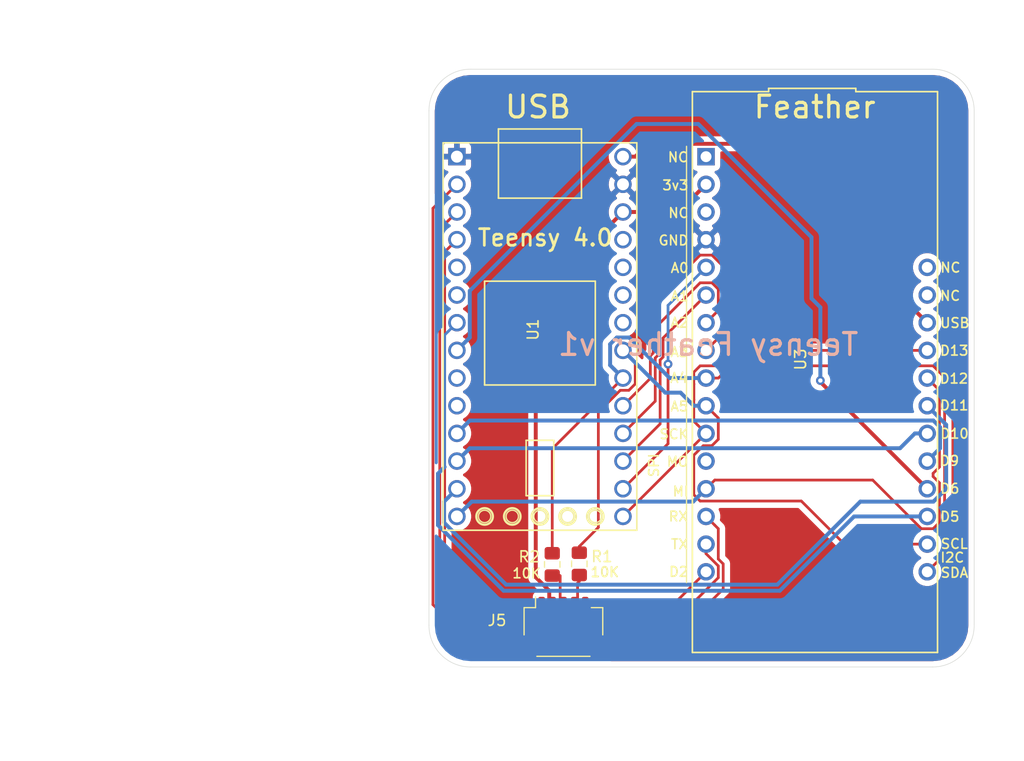
<source format=kicad_pcb>
(kicad_pcb (version 20171130) (host pcbnew "(5.1.5)-3")

  (general
    (thickness 1.6)
    (drawings 46)
    (tracks 186)
    (zones 0)
    (modules 5)
    (nets 35)
  )

  (page A4)
  (layers
    (0 F.Cu signal)
    (31 B.Cu signal)
    (32 B.Adhes user)
    (33 F.Adhes user)
    (34 B.Paste user)
    (35 F.Paste user)
    (36 B.SilkS user)
    (37 F.SilkS user)
    (38 B.Mask user)
    (39 F.Mask user)
    (40 Dwgs.User user)
    (41 Cmts.User user)
    (42 Eco1.User user)
    (43 Eco2.User user)
    (44 Edge.Cuts user)
    (45 Margin user)
    (46 B.CrtYd user hide)
    (47 F.CrtYd user hide)
    (48 B.Fab user hide)
    (49 F.Fab user hide)
  )

  (setup
    (last_trace_width 0.36)
    (user_trace_width 0.3)
    (user_trace_width 0.36)
    (user_trace_width 0.5)
    (user_trace_width 1)
    (user_trace_width 2)
    (trace_clearance 0.2)
    (zone_clearance 0.508)
    (zone_45_only no)
    (trace_min 0.2)
    (via_size 0.8)
    (via_drill 0.4)
    (via_min_size 0.4)
    (via_min_drill 0.3)
    (uvia_size 0.3)
    (uvia_drill 0.1)
    (uvias_allowed no)
    (uvia_min_size 0.2)
    (uvia_min_drill 0.1)
    (edge_width 0.05)
    (segment_width 0.2)
    (pcb_text_width 0.3)
    (pcb_text_size 1.5 1.5)
    (mod_edge_width 0.12)
    (mod_text_size 1 1)
    (mod_text_width 0.15)
    (pad_size 1.5 1.5)
    (pad_drill 0)
    (pad_to_mask_clearance 0.051)
    (aux_axis_origin 0 0)
    (visible_elements 7FFFFFFF)
    (pcbplotparams
      (layerselection 0x010fc_ffffffff)
      (usegerberextensions false)
      (usegerberattributes false)
      (usegerberadvancedattributes false)
      (creategerberjobfile false)
      (excludeedgelayer true)
      (linewidth 0.100000)
      (plotframeref false)
      (viasonmask false)
      (mode 1)
      (useauxorigin false)
      (hpglpennumber 1)
      (hpglpenspeed 20)
      (hpglpendiameter 15.000000)
      (psnegative false)
      (psa4output false)
      (plotreference true)
      (plotvalue true)
      (plotinvisibletext false)
      (padsonsilk false)
      (subtractmaskfromsilk false)
      (outputformat 1)
      (mirror false)
      (drillshape 0)
      (scaleselection 1)
      (outputdirectory "Gerbers/"))
  )

  (net 0 "")
  (net 1 +5V)
  (net 2 GND)
  (net 3 +3V3)
  (net 4 I2C_SDA)
  (net 5 I2C_SCL)
  (net 6 RCPWMSteering)
  (net 7 MI)
  (net 8 SCK)
  (net 9 D5)
  (net 10 D6)
  (net 11 TX)
  (net 12 D2)
  (net 13 D8)
  (net 14 D7)
  (net 15 "Net-(U1-Pad6)")
  (net 16 "Net-(U1-Pad5)")
  (net 17 RX)
  (net 18 A0)
  (net 19 A1)
  (net 20 "Net-(U1-Pad22)")
  (net 21 "Net-(U1-Pad23)")
  (net 22 "Net-(U1-Pad24)")
  (net 23 "Net-(U1-Pad25)")
  (net 24 "Net-(U3-Pad3)")
  (net 25 "Net-(U3-Pad1)")
  (net 26 "Net-(U3-Pad27)")
  (net 27 "Net-(U3-Pad28)")
  (net 28 "Net-(J5-Pad3)")
  (net 29 "Net-(J5-Pad4)")
  (net 30 D11)
  (net 31 D10)
  (net 32 D9)
  (net 33 A2)
  (net 34 A3)

  (net_class Default "This is the default net class."
    (clearance 0.2)
    (trace_width 0.25)
    (via_dia 0.8)
    (via_drill 0.4)
    (uvia_dia 0.3)
    (uvia_drill 0.1)
    (add_net +3V3)
    (add_net +5V)
    (add_net A0)
    (add_net A1)
    (add_net A2)
    (add_net A3)
    (add_net D10)
    (add_net D11)
    (add_net D2)
    (add_net D5)
    (add_net D6)
    (add_net D7)
    (add_net D8)
    (add_net D9)
    (add_net GND)
    (add_net I2C_SCL)
    (add_net I2C_SDA)
    (add_net MI)
    (add_net "Net-(J5-Pad3)")
    (add_net "Net-(J5-Pad4)")
    (add_net "Net-(U1-Pad22)")
    (add_net "Net-(U1-Pad23)")
    (add_net "Net-(U1-Pad24)")
    (add_net "Net-(U1-Pad25)")
    (add_net "Net-(U1-Pad5)")
    (add_net "Net-(U1-Pad6)")
    (add_net "Net-(U3-Pad1)")
    (add_net "Net-(U3-Pad27)")
    (add_net "Net-(U3-Pad28)")
    (add_net "Net-(U3-Pad3)")
    (add_net RCPWMSteering)
    (add_net RX)
    (add_net SCK)
    (add_net TX)
  )

  (module Connector_JST:JST_SH_SM05B-SRSS-TB_1x05-1MP_P1.00mm_Horizontal (layer F.Cu) (tedit 5B78AD87) (tstamp 61FBB7F3)
    (at 153.30932 145.18132)
    (descr "JST SH series connector, SM05B-SRSS-TB (http://www.jst-mfg.com/product/pdf/eng/eSH.pdf), generated with kicad-footprint-generator")
    (tags "connector JST SH top entry")
    (path /5FA762AC)
    (attr smd)
    (fp_text reference J5 (at -6.096 -0.6096) (layer F.SilkS)
      (effects (font (size 1 1) (thickness 0.15)))
    )
    (fp_text value I2C (at 0 3.98) (layer F.Fab)
      (effects (font (size 1 1) (thickness 0.15)))
    )
    (fp_line (start -3.5 -1.675) (end 3.5 -1.675) (layer F.Fab) (width 0.1))
    (fp_line (start -3.61 0.715) (end -3.61 -1.785) (layer F.SilkS) (width 0.12))
    (fp_line (start -3.61 -1.785) (end -2.56 -1.785) (layer F.SilkS) (width 0.12))
    (fp_line (start -2.56 -1.785) (end -2.56 -2.775) (layer F.SilkS) (width 0.12))
    (fp_line (start 3.61 0.715) (end 3.61 -1.785) (layer F.SilkS) (width 0.12))
    (fp_line (start 3.61 -1.785) (end 2.56 -1.785) (layer F.SilkS) (width 0.12))
    (fp_line (start -2.44 2.685) (end 2.44 2.685) (layer F.SilkS) (width 0.12))
    (fp_line (start -3.5 2.575) (end 3.5 2.575) (layer F.Fab) (width 0.1))
    (fp_line (start -3.5 -1.675) (end -3.5 2.575) (layer F.Fab) (width 0.1))
    (fp_line (start 3.5 -1.675) (end 3.5 2.575) (layer F.Fab) (width 0.1))
    (fp_line (start -4.4 -3.28) (end -4.4 3.28) (layer F.CrtYd) (width 0.05))
    (fp_line (start -4.4 3.28) (end 4.4 3.28) (layer F.CrtYd) (width 0.05))
    (fp_line (start 4.4 3.28) (end 4.4 -3.28) (layer F.CrtYd) (width 0.05))
    (fp_line (start 4.4 -3.28) (end -4.4 -3.28) (layer F.CrtYd) (width 0.05))
    (fp_line (start -2.5 -1.675) (end -2 -0.967893) (layer F.Fab) (width 0.1))
    (fp_line (start -2 -0.967893) (end -1.5 -1.675) (layer F.Fab) (width 0.1))
    (fp_text user %R (at 0 0) (layer F.Fab)
      (effects (font (size 1 1) (thickness 0.15)))
    )
    (pad 1 smd roundrect (at -2 -2) (size 0.6 1.55) (layers F.Cu F.Paste F.Mask) (roundrect_rratio 0.25)
      (net 2 GND))
    (pad 2 smd roundrect (at -1 -2) (size 0.6 1.55) (layers F.Cu F.Paste F.Mask) (roundrect_rratio 0.25)
      (net 3 +3V3))
    (pad 3 smd roundrect (at 0 -2) (size 0.6 1.55) (layers F.Cu F.Paste F.Mask) (roundrect_rratio 0.25)
      (net 28 "Net-(J5-Pad3)"))
    (pad 4 smd roundrect (at 1 -2) (size 0.6 1.55) (layers F.Cu F.Paste F.Mask) (roundrect_rratio 0.25)
      (net 29 "Net-(J5-Pad4)"))
    (pad 5 smd roundrect (at 2 -2) (size 0.6 1.55) (layers F.Cu F.Paste F.Mask) (roundrect_rratio 0.25))
    (pad MP smd roundrect (at -3.3 1.875) (size 1.2 1.8) (layers F.Cu F.Paste F.Mask) (roundrect_rratio 0.208333))
    (pad MP smd roundrect (at 3.3 1.875) (size 1.2 1.8) (layers F.Cu F.Paste F.Mask) (roundrect_rratio 0.208333))
    (model ${KISYS3DMOD}/Connector_JST.3dshapes/JST_SH_SM05B-SRSS-TB_1x05-1MP_P1.00mm_Horizontal.wrl
      (at (xyz 0 0 0))
      (scale (xyz 1 1 1))
      (rotate (xyz 0 0 0))
    )
  )

  (module "Useful Modifications:Feather_nRF52840" (layer F.Cu) (tedit 5FE15FDA) (tstamp 60472D64)
    (at 176.53 120.65 270)
    (path /6046C9DA)
    (fp_text reference U3 (at -0.03302 1.45542 90) (layer F.SilkS)
      (effects (font (size 1 1) (thickness 0.15)))
    )
    (fp_text value "OLED Feather" (at 0.254 -2.032 90) (layer F.Fab)
      (effects (font (size 1 1) (thickness 0.15)))
    )
    (fp_line (start 26.86094 11.38608) (end -24.6088 11.38608) (layer F.SilkS) (width 0.15))
    (fp_line (start 26.86094 -11.11392) (end -24.6088 -11.11392) (layer F.SilkS) (width 0.15))
    (fp_line (start 26.86094 11.38608) (end 26.86094 -11.11392) (layer F.SilkS) (width 0.15))
    (fp_line (start -24.90852 -3.61392) (end -24.90852 4.38608) (layer F.SilkS) (width 0.15))
    (fp_line (start -24.6088 11.38608) (end -24.6088 4.38608) (layer F.SilkS) (width 0.15))
    (fp_line (start -24.6088 4.38608) (end -24.90852 4.38608) (layer F.SilkS) (width 0.15))
    (fp_line (start -24.6088 -3.61392) (end -24.90852 -3.61392) (layer F.SilkS) (width 0.15))
    (fp_line (start -24.6088 -3.61392) (end -24.6088 -11.11392) (layer F.SilkS) (width 0.15))
    (pad 14 thru_hole circle (at 14.37894 10.13206 270) (size 1.6 1.6) (drill 1) (layers *.Cu *.Mask)
      (net 17 RX))
    (pad 13 thru_hole circle (at 11.83894 10.13206 270) (size 1.6 1.6) (drill 1) (layers *.Cu *.Mask)
      (net 7 MI))
    (pad 12 thru_hole circle (at 9.29894 10.13206 270) (size 1.6 1.6) (drill 1) (layers *.Cu *.Mask)
      (net 6 RCPWMSteering))
    (pad 11 thru_hole circle (at 6.75894 10.13206 270) (size 1.6 1.6) (drill 1) (layers *.Cu *.Mask)
      (net 8 SCK))
    (pad 10 thru_hole circle (at 4.21894 10.13206 270) (size 1.6 1.6) (drill 1) (layers *.Cu *.Mask)
      (net 5 I2C_SCL))
    (pad 9 thru_hole circle (at 1.67894 10.13206 270) (size 1.6 1.6) (drill 1) (layers *.Cu *.Mask)
      (net 4 I2C_SDA))
    (pad 8 thru_hole circle (at -0.86106 10.13206 270) (size 1.6 1.6) (drill 1) (layers *.Cu *.Mask)
      (net 34 A3))
    (pad 7 thru_hole circle (at -3.40106 10.13206 270) (size 1.6 1.6) (drill 1) (layers *.Cu *.Mask)
      (net 33 A2))
    (pad 6 thru_hole circle (at -5.94106 10.13206 270) (size 1.6 1.6) (drill 1) (layers *.Cu *.Mask)
      (net 19 A1))
    (pad 5 thru_hole circle (at -8.48106 10.13206 270) (size 1.6 1.6) (drill 1) (layers *.Cu *.Mask)
      (net 18 A0))
    (pad 4 thru_hole circle (at -11.02106 10.13206 270) (size 1.6 1.6) (drill 1) (layers *.Cu *.Mask)
      (net 2 GND))
    (pad 3 thru_hole circle (at -13.56106 10.13206 270) (size 1.6 1.6) (drill 1) (layers *.Cu *.Mask)
      (net 24 "Net-(U3-Pad3)"))
    (pad 2 thru_hole circle (at -16.10106 10.13206 270) (size 1.6 1.6) (drill 1) (layers *.Cu *.Mask)
      (net 3 +3V3))
    (pad 1 thru_hole rect (at -18.64106 10.13206 270) (size 1.6 1.6) (drill 1) (layers *.Cu *.Mask)
      (net 25 "Net-(U3-Pad1)"))
    (pad 17 thru_hole circle (at 19.45894 -10.16794 270) (size 1.6 1.6) (drill 1) (layers *.Cu *.Mask)
      (net 4 I2C_SDA))
    (pad 18 thru_hole circle (at 16.91894 -10.16794 270) (size 1.6 1.6) (drill 1) (layers *.Cu *.Mask)
      (net 5 I2C_SCL))
    (pad 19 thru_hole circle (at 14.37894 -10.16794 270) (size 1.6 1.6) (drill 1) (layers *.Cu *.Mask)
      (net 9 D5))
    (pad 20 thru_hole circle (at 11.83894 -10.16794 270) (size 1.6 1.6) (drill 1) (layers *.Cu *.Mask)
      (net 10 D6))
    (pad 21 thru_hole circle (at 9.29894 -10.16794 270) (size 1.6 1.6) (drill 1) (layers *.Cu *.Mask)
      (net 32 D9))
    (pad 22 thru_hole circle (at 6.75894 -10.16794 270) (size 1.6 1.6) (drill 1) (layers *.Cu *.Mask)
      (net 31 D10))
    (pad 23 thru_hole circle (at 4.21894 -10.16794 270) (size 1.6 1.6) (drill 1) (layers *.Cu *.Mask)
      (net 30 D11))
    (pad 24 thru_hole circle (at 1.67894 -10.16794 270) (size 1.6 1.6) (drill 1) (layers *.Cu *.Mask)
      (net 7 MI))
    (pad 25 thru_hole circle (at -0.86106 -10.16794 270) (size 1.6 1.6) (drill 1) (layers *.Cu *.Mask)
      (net 8 SCK))
    (pad 26 thru_hole circle (at -3.40106 -10.16794 270) (size 1.6 1.6) (drill 1) (layers *.Cu *.Mask)
      (net 1 +5V))
    (pad 27 thru_hole circle (at -5.94106 -10.16794 270) (size 1.6 1.6) (drill 1) (layers *.Cu *.Mask)
      (net 26 "Net-(U3-Pad27)"))
    (pad 28 thru_hole circle (at -8.48106 -10.16794 270) (size 1.6 1.6) (drill 1) (layers *.Cu *.Mask)
      (net 27 "Net-(U3-Pad28)"))
    (pad 15 thru_hole circle (at 16.91894 10.13206 270) (size 1.6 1.6) (drill 1) (layers *.Cu *.Mask)
      (net 11 TX))
    (pad 16 thru_hole circle (at 19.45894 10.13206 270) (size 1.6 1.6) (drill 1) (layers *.Cu *.Mask)
      (net 12 D2))
  )

  (module "Useful Modifications:Teensy40_NoMid" (layer F.Cu) (tedit 5D5DDE48) (tstamp 60F4D4F5)
    (at 151.0284 118.0084 270)
    (path /60F91404)
    (fp_text reference U1 (at -0.127 0.508 90) (layer F.SilkS)
      (effects (font (size 1 1) (thickness 0.15)))
    )
    (fp_text value Teensy4.0_NoMid (at 0.254 -2.032 90) (layer F.Fab)
      (effects (font (size 1 1) (thickness 0.15)))
    )
    (fp_line (start 4.953 4.953) (end 4.953 -5.207) (layer F.SilkS) (width 0.15))
    (fp_line (start -4.572 -5.207) (end -4.572 4.953) (layer F.SilkS) (width 0.15))
    (fp_line (start -4.572 4.953) (end 4.953 4.953) (layer F.SilkS) (width 0.15))
    (fp_line (start -4.572 -5.207) (end 4.953 -5.207) (layer F.SilkS) (width 0.15))
    (fp_line (start 18.288 -9.017) (end -17.272 -9.017) (layer F.SilkS) (width 0.15))
    (fp_line (start -17.272 8.763) (end 18.288 8.763) (layer F.SilkS) (width 0.15))
    (fp_line (start -17.272 3.683) (end -18.542 3.683) (layer F.SilkS) (width 0.15))
    (fp_line (start -18.542 3.683) (end -18.542 -3.937) (layer F.SilkS) (width 0.15))
    (fp_line (start -18.542 -3.937) (end -17.272 -3.937) (layer F.SilkS) (width 0.15))
    (fp_line (start -12.192 3.683) (end -12.192 -3.937) (layer F.SilkS) (width 0.15))
    (fp_line (start -12.192 -3.937) (end -17.272 -3.937) (layer F.SilkS) (width 0.15))
    (fp_line (start -12.192 3.683) (end -17.272 3.683) (layer F.SilkS) (width 0.15))
    (fp_line (start 10.033 -1.397) (end 15.113 -1.397) (layer F.SilkS) (width 0.15))
    (fp_line (start 15.113 -1.397) (end 15.113 1.143) (layer F.SilkS) (width 0.15))
    (fp_line (start 15.113 1.143) (end 10.033 1.143) (layer F.SilkS) (width 0.15))
    (fp_line (start 10.033 1.143) (end 10.033 -1.397) (layer F.SilkS) (width 0.15))
    (fp_line (start 18.288 -9.017) (end 18.288 8.763) (layer F.SilkS) (width 0.15))
    (fp_line (start -17.272 8.763) (end -17.272 -9.017) (layer F.SilkS) (width 0.15))
    (fp_circle (center 17.018 -5.207) (end 17.526 -4.953) (layer F.SilkS) (width 0.12))
    (fp_circle (center 17.018 -5.207) (end 17.272 -4.445) (layer F.SilkS) (width 0.12))
    (fp_circle (center 17.018 -5.207) (end 17.526 -4.699) (layer F.SilkS) (width 0.12))
    (fp_circle (center 17.018 -2.667) (end 17.526 -2.413) (layer F.SilkS) (width 0.12))
    (fp_circle (center 17.018 -2.667) (end 17.272 -1.905) (layer F.SilkS) (width 0.12))
    (fp_circle (center 17.018 -2.667) (end 17.526 -2.159) (layer F.SilkS) (width 0.12))
    (fp_circle (center 17.018 -0.127) (end 17.526 0.127) (layer F.SilkS) (width 0.12))
    (fp_circle (center 17.018 -0.127) (end 17.272 0.635) (layer F.SilkS) (width 0.12))
    (fp_circle (center 17.018 -0.127) (end 17.526 0.381) (layer F.SilkS) (width 0.12))
    (fp_circle (center 17.018 2.413) (end 17.526 2.667) (layer F.SilkS) (width 0.12))
    (fp_circle (center 17.018 2.413) (end 17.272 3.175) (layer F.SilkS) (width 0.12))
    (fp_circle (center 17.018 2.413) (end 17.526 2.921) (layer F.SilkS) (width 0.12))
    (fp_circle (center 17.018 4.953) (end 17.526 5.207) (layer F.SilkS) (width 0.12))
    (fp_circle (center 17.018 4.953) (end 17.272 5.715) (layer F.SilkS) (width 0.12))
    (fp_circle (center 17.018 4.953) (end 17.526 5.461) (layer F.SilkS) (width 0.12))
    (pad 14 thru_hole circle (at 17.018 7.493 270) (size 1.6 1.6) (drill 1.1) (layers *.Cu *.Mask)
      (net 7 MI))
    (pad 13 thru_hole circle (at 14.478 7.493 270) (size 1.6 1.6) (drill 1.1) (layers *.Cu *.Mask)
      (net 30 D11))
    (pad 12 thru_hole circle (at 11.938 7.493 270) (size 1.6 1.6) (drill 1.1) (layers *.Cu *.Mask)
      (net 31 D10))
    (pad 11 thru_hole circle (at 9.398 7.493 270) (size 1.6 1.6) (drill 1.1) (layers *.Cu *.Mask)
      (net 32 D9))
    (pad 10 thru_hole circle (at 6.858 7.493 270) (size 1.6 1.6) (drill 1.1) (layers *.Cu *.Mask)
      (net 13 D8))
    (pad 9 thru_hole circle (at 4.318 7.493 270) (size 1.6 1.6) (drill 1.1) (layers *.Cu *.Mask)
      (net 14 D7))
    (pad 8 thru_hole circle (at 1.778 7.493 270) (size 1.6 1.6) (drill 1.1) (layers *.Cu *.Mask)
      (net 10 D6))
    (pad 7 thru_hole circle (at -0.762 7.493 270) (size 1.6 1.6) (drill 1.1) (layers *.Cu *.Mask)
      (net 9 D5))
    (pad 6 thru_hole circle (at -3.302 7.493 270) (size 1.6 1.6) (drill 1.1) (layers *.Cu *.Mask)
      (net 15 "Net-(U1-Pad6)"))
    (pad 5 thru_hole circle (at -5.842 7.493 270) (size 1.6 1.6) (drill 1.1) (layers *.Cu *.Mask)
      (net 16 "Net-(U1-Pad5)"))
    (pad 4 thru_hole circle (at -8.382 7.493 270) (size 1.6 1.6) (drill 1.1) (layers *.Cu *.Mask)
      (net 12 D2))
    (pad 3 thru_hole circle (at -10.922 7.493 270) (size 1.6 1.6) (drill 1.1) (layers *.Cu *.Mask)
      (net 11 TX))
    (pad 2 thru_hole circle (at -13.462 7.493 270) (size 1.6 1.6) (drill 1.1) (layers *.Cu *.Mask)
      (net 17 RX))
    (pad 1 thru_hole rect (at -16.002 7.493 270) (size 1.6 1.6) (drill 1.1) (layers *.Cu *.Mask)
      (net 2 GND))
    (pad 15 thru_hole circle (at 17.018 -7.747 270) (size 1.6 1.6) (drill 1.1) (layers *.Cu *.Mask)
      (net 8 SCK))
    (pad 16 thru_hole circle (at 14.478 -7.747 270) (size 1.6 1.6) (drill 1.1) (layers *.Cu *.Mask)
      (net 18 A0))
    (pad 17 thru_hole circle (at 11.938 -7.747 270) (size 1.6 1.6) (drill 1.1) (layers *.Cu *.Mask)
      (net 19 A1))
    (pad 18 thru_hole circle (at 9.398 -7.747 270) (size 1.6 1.6) (drill 1.1) (layers *.Cu *.Mask)
      (net 33 A2))
    (pad 19 thru_hole circle (at 6.858 -7.747 270) (size 1.6 1.6) (drill 1.1) (layers *.Cu *.Mask)
      (net 34 A3))
    (pad 20 thru_hole circle (at 4.318 -7.747 270) (size 1.6 1.6) (drill 1.1) (layers *.Cu *.Mask)
      (net 4 I2C_SDA))
    (pad 21 thru_hole circle (at 1.778 -7.747 270) (size 1.6 1.6) (drill 1.1) (layers *.Cu *.Mask)
      (net 5 I2C_SCL))
    (pad 22 thru_hole circle (at -0.762 -7.747 270) (size 1.6 1.6) (drill 1.1) (layers *.Cu *.Mask)
      (net 20 "Net-(U1-Pad22)"))
    (pad 23 thru_hole circle (at -3.302 -7.747 270) (size 1.6 1.6) (drill 1.1) (layers *.Cu *.Mask)
      (net 21 "Net-(U1-Pad23)"))
    (pad 24 thru_hole circle (at -5.842 -7.747 270) (size 1.6 1.6) (drill 1.1) (layers *.Cu *.Mask)
      (net 22 "Net-(U1-Pad24)"))
    (pad 25 thru_hole circle (at -8.382 -7.747 270) (size 1.6 1.6) (drill 1.1) (layers *.Cu *.Mask)
      (net 23 "Net-(U1-Pad25)"))
    (pad 26 thru_hole circle (at -10.922 -7.747 270) (size 1.6 1.6) (drill 1.1) (layers *.Cu *.Mask)
      (net 3 +3V3))
    (pad 27 thru_hole circle (at -13.462 -7.747 270) (size 1.6 1.6) (drill 1.1) (layers *.Cu *.Mask)
      (net 2 GND))
    (pad 28 thru_hole circle (at -16.002 -7.747 270) (size 1.6 1.6) (drill 1.1) (layers *.Cu *.Mask)
      (net 1 +5V))
  )

  (module Resistor_SMD:R_0805_2012Metric_Pad1.15x1.40mm_HandSolder (layer F.Cu) (tedit 5B36C52B) (tstamp 61FBB81E)
    (at 154.76728 139.37996 270)
    (descr "Resistor SMD 0805 (2012 Metric), square (rectangular) end terminal, IPC_7351 nominal with elongated pad for handsoldering. (Body size source: https://docs.google.com/spreadsheets/d/1BsfQQcO9C6DZCsRaXUlFlo91Tg2WpOkGARC1WS5S8t0/edit?usp=sharing), generated with kicad-footprint-generator")
    (tags "resistor handsolder")
    (path /61FC07E2)
    (attr smd)
    (fp_text reference R1 (at -0.67056 -2.07264 180) (layer F.SilkS)
      (effects (font (size 1 1) (thickness 0.15)))
    )
    (fp_text value 10K (at 0 1.65 90) (layer F.Fab)
      (effects (font (size 1 1) (thickness 0.15)))
    )
    (fp_text user %R (at 0 0 90) (layer F.Fab)
      (effects (font (size 0.5 0.5) (thickness 0.08)))
    )
    (fp_line (start 1.85 0.95) (end -1.85 0.95) (layer F.CrtYd) (width 0.05))
    (fp_line (start 1.85 -0.95) (end 1.85 0.95) (layer F.CrtYd) (width 0.05))
    (fp_line (start -1.85 -0.95) (end 1.85 -0.95) (layer F.CrtYd) (width 0.05))
    (fp_line (start -1.85 0.95) (end -1.85 -0.95) (layer F.CrtYd) (width 0.05))
    (fp_line (start -0.261252 0.71) (end 0.261252 0.71) (layer F.SilkS) (width 0.12))
    (fp_line (start -0.261252 -0.71) (end 0.261252 -0.71) (layer F.SilkS) (width 0.12))
    (fp_line (start 1 0.6) (end -1 0.6) (layer F.Fab) (width 0.1))
    (fp_line (start 1 -0.6) (end 1 0.6) (layer F.Fab) (width 0.1))
    (fp_line (start -1 -0.6) (end 1 -0.6) (layer F.Fab) (width 0.1))
    (fp_line (start -1 0.6) (end -1 -0.6) (layer F.Fab) (width 0.1))
    (pad 2 smd roundrect (at 1.025 0 270) (size 1.15 1.4) (layers F.Cu F.Paste F.Mask) (roundrect_rratio 0.217391)
      (net 29 "Net-(J5-Pad4)"))
    (pad 1 smd roundrect (at -1.025 0 270) (size 1.15 1.4) (layers F.Cu F.Paste F.Mask) (roundrect_rratio 0.217391)
      (net 5 I2C_SCL))
    (model ${KISYS3DMOD}/Resistor_SMD.3dshapes/R_0805_2012Metric.wrl
      (at (xyz 0 0 0))
      (scale (xyz 1 1 1))
      (rotate (xyz 0 0 0))
    )
  )

  (module Resistor_SMD:R_0805_2012Metric_Pad1.15x1.40mm_HandSolder (layer F.Cu) (tedit 5B36C52B) (tstamp 61FBB82F)
    (at 152.28316 139.43076 270)
    (descr "Resistor SMD 0805 (2012 Metric), square (rectangular) end terminal, IPC_7351 nominal with elongated pad for handsoldering. (Body size source: https://docs.google.com/spreadsheets/d/1BsfQQcO9C6DZCsRaXUlFlo91Tg2WpOkGARC1WS5S8t0/edit?usp=sharing), generated with kicad-footprint-generator")
    (tags "resistor handsolder")
    (path /61FBBBDB)
    (attr smd)
    (fp_text reference R2 (at -0.70104 2.11836 180) (layer F.SilkS)
      (effects (font (size 1 1) (thickness 0.15)))
    )
    (fp_text value 10K (at 0 1.65 90) (layer F.Fab)
      (effects (font (size 1 1) (thickness 0.15)))
    )
    (fp_line (start -1 0.6) (end -1 -0.6) (layer F.Fab) (width 0.1))
    (fp_line (start -1 -0.6) (end 1 -0.6) (layer F.Fab) (width 0.1))
    (fp_line (start 1 -0.6) (end 1 0.6) (layer F.Fab) (width 0.1))
    (fp_line (start 1 0.6) (end -1 0.6) (layer F.Fab) (width 0.1))
    (fp_line (start -0.261252 -0.71) (end 0.261252 -0.71) (layer F.SilkS) (width 0.12))
    (fp_line (start -0.261252 0.71) (end 0.261252 0.71) (layer F.SilkS) (width 0.12))
    (fp_line (start -1.85 0.95) (end -1.85 -0.95) (layer F.CrtYd) (width 0.05))
    (fp_line (start -1.85 -0.95) (end 1.85 -0.95) (layer F.CrtYd) (width 0.05))
    (fp_line (start 1.85 -0.95) (end 1.85 0.95) (layer F.CrtYd) (width 0.05))
    (fp_line (start 1.85 0.95) (end -1.85 0.95) (layer F.CrtYd) (width 0.05))
    (fp_text user %R (at 0 0 90) (layer F.Fab)
      (effects (font (size 0.5 0.5) (thickness 0.08)))
    )
    (pad 1 smd roundrect (at -1.025 0 270) (size 1.15 1.4) (layers F.Cu F.Paste F.Mask) (roundrect_rratio 0.217391)
      (net 4 I2C_SDA))
    (pad 2 smd roundrect (at 1.025 0 270) (size 1.15 1.4) (layers F.Cu F.Paste F.Mask) (roundrect_rratio 0.217391)
      (net 28 "Net-(J5-Pad3)"))
    (model ${KISYS3DMOD}/Resistor_SMD.3dshapes/R_0805_2012Metric.wrl
      (at (xyz 0 0 0))
      (scale (xyz 1 1 1))
      (rotate (xyz 0 0 0))
    )
  )

  (gr_text 10K (at 149.92604 140.25372) (layer F.SilkS) (tstamp 61FCAE8B)
    (effects (font (size 0.889 0.889) (thickness 0.1524)))
  )
  (gr_text 10K (at 157.10916 140.1318) (layer F.SilkS) (tstamp 61FCAE8B)
    (effects (font (size 0.889 0.889) (thickness 0.1524)))
  )
  (gr_text 10K (at 157.10916 140.1318) (layer F.SilkS) (tstamp 61FCAE75)
    (effects (font (size 0.889 0.889) (thickness 0.1524)))
  )
  (gr_text SPI (at 161.61512 130.33248 90) (layer F.SilkS) (tstamp 61FCADAB)
    (effects (font (size 0.889 0.889) (thickness 0.1524)))
  )
  (gr_text D2 (at 163.88588 140.11148) (layer F.SilkS) (tstamp 61FCAC57)
    (effects (font (size 0.889 0.889) (thickness 0.1524)))
  )
  (gr_text TX (at 163.96208 137.57656) (layer F.SilkS) (tstamp 61FCAC57)
    (effects (font (size 0.889 0.889) (thickness 0.1524)))
  )
  (gr_text RX (at 163.84524 135.03148) (layer F.SilkS) (tstamp 61FCAC57)
    (effects (font (size 0.889 0.889) (thickness 0.1524)))
  )
  (gr_text MI (at 164.06368 132.73532) (layer F.SilkS) (tstamp 61FCAC57)
    (effects (font (size 0.889 0.889) (thickness 0.1524)))
  )
  (gr_text MO (at 163.7792 129.9972) (layer F.SilkS) (tstamp 61FCAD06)
    (effects (font (size 0.889 0.889) (thickness 0.1524)))
  )
  (gr_text SCK (at 163.449 127.47752) (layer F.SilkS) (tstamp 61FCAC57)
    (effects (font (size 0.889 0.889) (thickness 0.1524)))
  )
  (gr_text A5 (at 163.94176 124.93244) (layer F.SilkS) (tstamp 61FCAC57)
    (effects (font (size 0.889 0.889) (thickness 0.1524)))
  )
  (gr_text A4 (at 163.91128 122.31624) (layer F.SilkS) (tstamp 61FCAC57)
    (effects (font (size 0.889 0.889) (thickness 0.1524)))
  )
  (gr_text A3 (at 163.94176 119.9388) (layer F.SilkS) (tstamp 61FCAC57)
    (effects (font (size 0.889 0.889) (thickness 0.1524)))
  )
  (gr_text A2 (at 163.957 117.2464) (layer F.SilkS) (tstamp 61FCAC57)
    (effects (font (size 0.889 0.889) (thickness 0.1524)))
  )
  (gr_text A1 (at 163.97224 114.82324) (layer F.SilkS) (tstamp 61FCAC57)
    (effects (font (size 0.889 0.889) (thickness 0.1524)))
  )
  (gr_text A0 (at 163.97224 112.22228) (layer F.SilkS) (tstamp 61FCAC57)
    (effects (font (size 0.889 0.889) (thickness 0.1524)))
  )
  (gr_text GND (at 163.40836 109.69752) (layer F.SilkS) (tstamp 61FCAC57)
    (effects (font (size 0.889 0.889) (thickness 0.1524)))
  )
  (gr_text 3v3 (at 163.58616 104.63784) (layer F.SilkS) (tstamp 61FCAC57)
    (effects (font (size 0.889 0.889) (thickness 0.1524)))
  )
  (gr_line (start 164.60724 101.06152) (end 164.60724 141.10208) (layer F.SilkS) (width 0.12))
  (gr_text SCL (at 189.1792 137.54608) (layer F.SilkS) (tstamp 61FCABEC)
    (effects (font (size 0.889 0.889) (thickness 0.1524)))
  )
  (gr_text SDA (at 189.19952 140.19784) (layer F.SilkS) (tstamp 61FCAA47)
    (effects (font (size 0.889 0.889) (thickness 0.1524)))
  )
  (gr_text I2C (at 189.0014 138.80084) (layer F.SilkS) (tstamp 61FCAA47)
    (effects (font (size 0.889 0.889) (thickness 0.1524)))
  )
  (gr_text D5 (at 188.7728 135.0518) (layer F.SilkS) (tstamp 61FCAA47)
    (effects (font (size 0.889 0.889) (thickness 0.1524)))
  )
  (gr_text D6 (at 188.7728 132.47624) (layer F.SilkS) (tstamp 61FCAA47)
    (effects (font (size 0.889 0.889) (thickness 0.1524)))
  )
  (gr_text D9 (at 188.7474 129.921) (layer F.SilkS) (tstamp 61FCAA47)
    (effects (font (size 0.889 0.889) (thickness 0.1524)))
  )
  (gr_text D10 (at 189.2046 127.4318) (layer F.SilkS) (tstamp 61FCAA47)
    (effects (font (size 0.889 0.889) (thickness 0.1524)))
  )
  (gr_text D11 (at 189.1792 124.841) (layer F.SilkS) (tstamp 61FCAA47)
    (effects (font (size 0.889 0.889) (thickness 0.1524)))
  )
  (gr_text D12 (at 189.1538 122.3772) (layer F.SilkS) (tstamp 61FCAA47)
    (effects (font (size 0.889 0.889) (thickness 0.1524)))
  )
  (gr_text D13 (at 189.1792 119.8118) (layer F.SilkS) (tstamp 61FCAA47)
    (effects (font (size 0.889 0.889) (thickness 0.1524)))
  )
  (gr_text NC (at 163.86048 107.17784) (layer F.SilkS) (tstamp 61FCAA47)
    (effects (font (size 0.889 0.889) (thickness 0.1524)))
  )
  (gr_text NC (at 163.81476 102.06228) (layer F.SilkS) (tstamp 61FCAA47)
    (effects (font (size 0.889 0.889) (thickness 0.1524)))
  )
  (gr_text NC (at 188.7982 114.7826) (layer F.SilkS) (tstamp 61FCAA47)
    (effects (font (size 0.889 0.889) (thickness 0.1524)))
  )
  (gr_text NC (at 188.8236 112.1918) (layer F.SilkS) (tstamp 61FCAA2E)
    (effects (font (size 0.889 0.889) (thickness 0.1524)))
  )
  (gr_text USB (at 189.23 117.2718) (layer F.SilkS)
    (effects (font (size 0.889 0.889) (thickness 0.1524)))
  )
  (gr_text "Teensy 4.0" (at 151.638 109.4486) (layer F.SilkS) (tstamp 61FBC6C4)
    (effects (font (size 1.524 1.524) (thickness 0.254)))
  )
  (gr_arc (start 187.198 145.034) (end 187.198 148.844) (angle -90) (layer Edge.Cuts) (width 0.05))
  (gr_arc (start 144.78 97.79) (end 144.78 93.98) (angle -90) (layer Edge.Cuts) (width 0.05))
  (gr_arc (start 187.198 97.79) (end 191.008 97.79) (angle -90) (layer Edge.Cuts) (width 0.05))
  (gr_arc (start 144.78 145.034) (end 140.97 145.034) (angle -90) (layer Edge.Cuts) (width 0.05))
  (gr_line (start 140.97 97.79) (end 140.97 145.034) (layer Edge.Cuts) (width 0.05) (tstamp 6047416F))
  (gr_line (start 187.198 93.98) (end 144.78 93.98) (layer Edge.Cuts) (width 0.05))
  (gr_line (start 191.008 145.034) (end 191.008 97.79) (layer Edge.Cuts) (width 0.05))
  (gr_line (start 144.78 148.844) (end 187.198 148.844) (layer Edge.Cuts) (width 0.05))
  (gr_text Feather (at 176.375 97.45) (layer F.SilkS) (tstamp 60473836)
    (effects (font (size 2 2) (thickness 0.3)))
  )
  (gr_text USB (at 150.975 97.45) (layer F.SilkS)
    (effects (font (size 2 2) (thickness 0.3)))
  )
  (gr_text "Teensy Feather v1" (at 166.59352 119.24284) (layer B.SilkS)
    (effects (font (size 2 2) (thickness 0.3)) (justify mirror))
  )

  (segment (start 185.897941 116.448941) (end 186.69794 117.24894) (width 0.36) (layer F.Cu) (net 1))
  (segment (start 170.277939 100.828939) (end 185.897941 116.448941) (width 0.36) (layer F.Cu) (net 1))
  (segment (start 159.90677 102.0064) (end 161.084231 100.828939) (width 0.36) (layer F.Cu) (net 1))
  (segment (start 161.084231 100.828939) (end 170.277939 100.828939) (width 0.36) (layer F.Cu) (net 1))
  (segment (start 158.7754 102.0064) (end 159.90677 102.0064) (width 0.36) (layer F.Cu) (net 1))
  (segment (start 163.86048 107.0864) (end 166.39794 104.54894) (width 0.36) (layer F.Cu) (net 3))
  (segment (start 158.7754 107.0864) (end 163.86048 107.0864) (width 0.36) (layer F.Cu) (net 3))
  (segment (start 152.00932 141.84789) (end 150.76932 140.60789) (width 0.36) (layer F.Cu) (net 3))
  (segment (start 152.30932 143.18132) (end 152.00932 142.88132) (width 0.36) (layer F.Cu) (net 3))
  (segment (start 152.00932 142.88132) (end 152.00932 141.84789) (width 0.36) (layer F.Cu) (net 3))
  (segment (start 150.76932 115.09248) (end 158.7754 107.0864) (width 0.36) (layer F.Cu) (net 3))
  (segment (start 150.76932 140.60789) (end 150.76932 115.09248) (width 0.36) (layer F.Cu) (net 3))
  (segment (start 152.28316 128.81864) (end 158.7754 122.3264) (width 0.25) (layer F.Cu) (net 4))
  (segment (start 152.28316 138.40576) (end 152.28316 128.81864) (width 0.25) (layer F.Cu) (net 4))
  (segment (start 166.39794 122.32894) (end 167.52931 122.32894) (width 0.25) (layer F.Cu) (net 4))
  (segment (start 188.293169 138.513711) (end 187.497939 139.308941) (width 0.25) (layer F.Cu) (net 4))
  (segment (start 168.654311 121.203939) (end 187.237941 121.203939) (width 0.25) (layer F.Cu) (net 4))
  (segment (start 187.237941 121.203939) (end 188.293169 122.259167) (width 0.25) (layer F.Cu) (net 4))
  (segment (start 167.52931 122.32894) (end 168.654311 121.203939) (width 0.25) (layer F.Cu) (net 4))
  (segment (start 188.293169 122.259167) (end 188.293169 138.513711) (width 0.25) (layer F.Cu) (net 4))
  (segment (start 187.497939 139.308941) (end 186.69794 140.10894) (width 0.25) (layer F.Cu) (net 4))
  (segment (start 157.975401 121.526401) (end 158.7754 122.3264) (width 0.36) (layer B.Cu) (net 4))
  (segment (start 157.595399 121.146399) (end 157.975401 121.526401) (width 0.36) (layer B.Cu) (net 4))
  (segment (start 157.595399 119.219999) (end 157.595399 121.146399) (width 0.36) (layer B.Cu) (net 4))
  (segment (start 158.208999 118.606399) (end 157.595399 119.219999) (width 0.36) (layer B.Cu) (net 4))
  (segment (start 163.064342 122.32894) (end 159.341801 118.606399) (width 0.36) (layer B.Cu) (net 4))
  (segment (start 159.341801 118.606399) (end 158.208999 118.606399) (width 0.36) (layer B.Cu) (net 4))
  (segment (start 166.39794 122.32894) (end 163.064342 122.32894) (width 0.36) (layer B.Cu) (net 4))
  (segment (start 154.76728 137.77996) (end 156.5148 136.03244) (width 0.25) (layer F.Cu) (net 5))
  (segment (start 154.76728 138.35496) (end 154.76728 137.77996) (width 0.25) (layer F.Cu) (net 5))
  (segment (start 159.575399 120.586399) (end 158.7754 119.7864) (width 0.25) (layer F.Cu) (net 5))
  (segment (start 159.900401 120.911401) (end 159.575399 120.586399) (width 0.25) (layer F.Cu) (net 5))
  (segment (start 159.900401 122.866401) (end 159.900401 120.911401) (width 0.25) (layer F.Cu) (net 5))
  (segment (start 159.315401 123.451401) (end 159.900401 122.866401) (width 0.25) (layer F.Cu) (net 5))
  (segment (start 158.525397 123.451401) (end 159.315401 123.451401) (width 0.25) (layer F.Cu) (net 5))
  (segment (start 156.5148 125.461998) (end 158.525397 123.451401) (width 0.25) (layer F.Cu) (net 5))
  (segment (start 156.5148 136.03244) (end 156.5148 125.461998) (width 0.25) (layer F.Cu) (net 5))
  (segment (start 167.522941 127.948941) (end 167.522941 125.993941) (width 0.25) (layer F.Cu) (net 5))
  (segment (start 167.522941 125.993941) (end 167.197939 125.668939) (width 0.25) (layer F.Cu) (net 5))
  (segment (start 166.937941 128.533941) (end 167.522941 127.948941) (width 0.25) (layer F.Cu) (net 5))
  (segment (start 167.197939 125.668939) (end 166.39794 124.86894) (width 0.25) (layer F.Cu) (net 5))
  (segment (start 165.272939 129.408939) (end 166.147937 128.533941) (width 0.25) (layer F.Cu) (net 5))
  (segment (start 166.147937 128.533941) (end 166.937941 128.533941) (width 0.25) (layer F.Cu) (net 5))
  (segment (start 165.272939 133.028941) (end 165.272939 129.408939) (width 0.25) (layer F.Cu) (net 5))
  (segment (start 165.857939 133.613941) (end 165.272939 133.028941) (width 0.25) (layer F.Cu) (net 5))
  (segment (start 175.142941 133.613941) (end 165.857939 133.613941) (width 0.25) (layer F.Cu) (net 5))
  (segment (start 179.09794 137.56894) (end 175.142941 133.613941) (width 0.25) (layer F.Cu) (net 5))
  (segment (start 186.69794 137.56894) (end 179.09794 137.56894) (width 0.25) (layer F.Cu) (net 5))
  (segment (start 165.26657 124.86894) (end 164.06515 123.66752) (width 0.36) (layer B.Cu) (net 5))
  (segment (start 166.39794 124.86894) (end 165.26657 124.86894) (width 0.36) (layer B.Cu) (net 5))
  (segment (start 162.65652 123.66752) (end 158.7754 119.7864) (width 0.36) (layer B.Cu) (net 5))
  (segment (start 164.06515 123.66752) (end 162.65652 123.66752) (width 0.36) (layer B.Cu) (net 5))
  (segment (start 187.497939 123.128939) (end 186.69794 122.32894) (width 0.25) (layer F.Cu) (net 7))
  (segment (start 187.822941 130.488941) (end 187.822941 123.453941) (width 0.25) (layer F.Cu) (net 7))
  (segment (start 187.237941 131.363939) (end 187.237941 131.073941) (width 0.25) (layer F.Cu) (net 7))
  (segment (start 187.822941 131.948939) (end 187.237941 131.363939) (width 0.25) (layer F.Cu) (net 7))
  (segment (start 187.822941 135.568941) (end 187.822941 131.948939) (width 0.25) (layer F.Cu) (net 7))
  (segment (start 181.692939 131.688941) (end 186.157939 136.153941) (width 0.25) (layer F.Cu) (net 7))
  (segment (start 166.39794 132.48894) (end 167.197939 131.688941) (width 0.25) (layer F.Cu) (net 7))
  (segment (start 187.237941 136.153941) (end 187.822941 135.568941) (width 0.25) (layer F.Cu) (net 7))
  (segment (start 186.157939 136.153941) (end 187.237941 136.153941) (width 0.25) (layer F.Cu) (net 7))
  (segment (start 187.237941 131.073941) (end 187.822941 130.488941) (width 0.25) (layer F.Cu) (net 7))
  (segment (start 187.822941 123.453941) (end 187.497939 123.128939) (width 0.25) (layer F.Cu) (net 7))
  (segment (start 167.197939 131.688941) (end 181.692939 131.688941) (width 0.25) (layer F.Cu) (net 7))
  (segment (start 144.335399 134.226401) (end 143.5354 135.0264) (width 0.36) (layer B.Cu) (net 7))
  (segment (start 144.895399 133.666401) (end 144.335399 134.226401) (width 0.36) (layer B.Cu) (net 7))
  (segment (start 165.220479 133.666401) (end 144.895399 133.666401) (width 0.36) (layer B.Cu) (net 7))
  (segment (start 166.39794 132.48894) (end 165.220479 133.666401) (width 0.36) (layer B.Cu) (net 7))
  (segment (start 166.39286 127.40894) (end 166.39794 127.40894) (width 0.25) (layer F.Cu) (net 8))
  (segment (start 158.7754 135.0264) (end 166.39286 127.40894) (width 0.25) (layer F.Cu) (net 8))
  (segment (start 165.280771 122.876773) (end 165.280771 124.321107) (width 0.25) (layer F.Cu) (net 8))
  (segment (start 165.272939 122.868941) (end 165.280771 122.876773) (width 0.25) (layer F.Cu) (net 8))
  (segment (start 169.4329 119.78894) (end 168.017901 121.203939) (width 0.25) (layer F.Cu) (net 8))
  (segment (start 165.280771 124.321107) (end 165.272939 124.328939) (width 0.25) (layer F.Cu) (net 8))
  (segment (start 165.857939 121.203939) (end 165.272939 121.788939) (width 0.25) (layer F.Cu) (net 8))
  (segment (start 165.272939 126.283939) (end 165.597941 126.608941) (width 0.25) (layer F.Cu) (net 8))
  (segment (start 165.272939 124.328939) (end 165.272939 126.283939) (width 0.25) (layer F.Cu) (net 8))
  (segment (start 168.017901 121.203939) (end 165.857939 121.203939) (width 0.25) (layer F.Cu) (net 8))
  (segment (start 165.272939 121.788939) (end 165.272939 122.868941) (width 0.25) (layer F.Cu) (net 8))
  (segment (start 165.597941 126.608941) (end 166.39794 127.40894) (width 0.25) (layer F.Cu) (net 8))
  (segment (start 186.69794 119.78894) (end 169.4329 119.78894) (width 0.25) (layer F.Cu) (net 8))
  (segment (start 142.735401 118.046399) (end 143.5354 117.2464) (width 0.25) (layer B.Cu) (net 9))
  (segment (start 142.410399 118.371401) (end 142.735401 118.046399) (width 0.25) (layer B.Cu) (net 9))
  (segment (start 142.410399 130.486401) (end 142.410399 118.371401) (width 0.25) (layer B.Cu) (net 9))
  (segment (start 141.795389 131.101411) (end 142.410399 130.486401) (width 0.36) (layer B.Cu) (net 9))
  (segment (start 179.986432 135.02894) (end 173.166422 141.848951) (width 0.36) (layer B.Cu) (net 9))
  (segment (start 186.69794 135.02894) (end 179.986432 135.02894) (width 0.36) (layer B.Cu) (net 9))
  (segment (start 173.166422 141.848951) (end 147.819576 141.848951) (width 0.36) (layer B.Cu) (net 9))
  (segment (start 141.795389 135.824764) (end 141.795389 131.101411) (width 0.36) (layer B.Cu) (net 9))
  (segment (start 147.819576 141.848951) (end 141.795389 135.824764) (width 0.36) (layer B.Cu) (net 9))
  (via (at 176.89068 122.555) (size 0.8) (drill 0.4) (layers F.Cu B.Cu) (net 10))
  (segment (start 186.69794 132.48894) (end 176.89068 122.68168) (width 0.36) (layer F.Cu) (net 10))
  (segment (start 176.89068 122.68168) (end 176.89068 122.555) (width 0.36) (layer F.Cu) (net 10))
  (segment (start 176.89068 115.835278) (end 176.07788 115.022478) (width 0.36) (layer B.Cu) (net 10))
  (segment (start 176.89068 122.555) (end 176.89068 115.835278) (width 0.36) (layer B.Cu) (net 10))
  (segment (start 176.07788 109.404878) (end 165.682202 99.0092) (width 0.36) (layer B.Cu) (net 10))
  (segment (start 176.07788 115.022478) (end 176.07788 109.404878) (width 0.36) (layer B.Cu) (net 10))
  (segment (start 144.715401 114.319997) (end 144.715401 118.606399) (width 0.36) (layer B.Cu) (net 10))
  (segment (start 160.026198 99.0092) (end 144.715401 114.319997) (width 0.36) (layer B.Cu) (net 10))
  (segment (start 144.335399 118.986401) (end 143.5354 119.7864) (width 0.36) (layer B.Cu) (net 10))
  (segment (start 144.715401 118.606399) (end 144.335399 118.986401) (width 0.36) (layer B.Cu) (net 10))
  (segment (start 165.682202 99.0092) (end 160.026198 99.0092) (width 0.36) (layer B.Cu) (net 10))
  (segment (start 166.39794 138.443938) (end 167.522941 139.568939) (width 0.25) (layer F.Cu) (net 11))
  (segment (start 167.522941 140.648941) (end 162.985482 145.1864) (width 0.25) (layer F.Cu) (net 11))
  (segment (start 166.39794 137.56894) (end 166.39794 138.443938) (width 0.25) (layer F.Cu) (net 11))
  (segment (start 162.985482 145.1864) (end 144.036909 145.1864) (width 0.25) (layer F.Cu) (net 11))
  (segment (start 141.960388 108.661412) (end 142.735401 107.886399) (width 0.25) (layer F.Cu) (net 11))
  (segment (start 167.522941 139.568939) (end 167.522941 140.648941) (width 0.25) (layer F.Cu) (net 11))
  (segment (start 142.735401 107.886399) (end 143.5354 107.0864) (width 0.25) (layer F.Cu) (net 11))
  (segment (start 141.960388 143.109879) (end 141.960388 108.661412) (width 0.25) (layer F.Cu) (net 11))
  (segment (start 144.036909 145.1864) (end 141.960388 143.109879) (width 0.25) (layer F.Cu) (net 11))
  (segment (start 142.410399 110.751401) (end 142.410399 142.923479) (width 0.25) (layer F.Cu) (net 12))
  (segment (start 143.5354 109.6264) (end 142.410399 110.751401) (width 0.25) (layer F.Cu) (net 12))
  (segment (start 142.410399 142.923479) (end 143.98244 144.49552) (width 0.25) (layer F.Cu) (net 12))
  (segment (start 162.01136 144.49552) (end 166.39794 140.10894) (width 0.25) (layer F.Cu) (net 12))
  (segment (start 143.98244 144.49552) (end 162.01136 144.49552) (width 0.25) (layer F.Cu) (net 12))
  (segment (start 167.972952 141.690019) (end 167.972952 139.382539) (width 0.25) (layer F.Cu) (net 17))
  (segment (start 167.972952 139.382539) (end 167.522941 138.932529) (width 0.25) (layer F.Cu) (net 17))
  (segment (start 163.965602 145.697369) (end 167.972952 141.690019) (width 0.25) (layer F.Cu) (net 17))
  (segment (start 167.197939 135.828939) (end 166.39794 135.02894) (width 0.25) (layer F.Cu) (net 17))
  (segment (start 167.522941 138.932529) (end 167.522941 136.153941) (width 0.25) (layer F.Cu) (net 17))
  (segment (start 167.522941 136.153941) (end 167.197939 135.828939) (width 0.25) (layer F.Cu) (net 17))
  (segment (start 143.911468 145.697369) (end 163.965602 145.697369) (width 0.25) (layer F.Cu) (net 17))
  (segment (start 141.3349 143.120801) (end 143.911468 145.697369) (width 0.25) (layer F.Cu) (net 17))
  (segment (start 141.3349 106.7469) (end 141.3349 143.120801) (width 0.25) (layer F.Cu) (net 17))
  (segment (start 143.5354 104.5464) (end 141.3349 106.7469) (width 0.25) (layer F.Cu) (net 17))
  (via (at 162.91052 121.04624) (size 0.8) (drill 0.4) (layers F.Cu B.Cu) (net 18))
  (segment (start 158.7754 132.4864) (end 162.91052 128.35128) (width 0.25) (layer F.Cu) (net 18))
  (segment (start 162.91052 128.35128) (end 162.91052 121.04624) (width 0.25) (layer F.Cu) (net 18))
  (segment (start 162.91052 115.65636) (end 166.39794 112.16894) (width 0.25) (layer B.Cu) (net 18))
  (segment (start 162.91052 121.04624) (end 162.91052 115.65636) (width 0.25) (layer B.Cu) (net 18))
  (segment (start 165.597941 115.508939) (end 166.39794 114.70894) (width 0.25) (layer F.Cu) (net 19))
  (segment (start 162.185518 126.536282) (end 162.185518 120.667758) (width 0.25) (layer F.Cu) (net 19))
  (segment (start 158.7754 129.9464) (end 162.185518 126.536282) (width 0.25) (layer F.Cu) (net 19))
  (segment (start 162.454181 120.399095) (end 162.454181 118.652699) (width 0.25) (layer F.Cu) (net 19))
  (segment (start 162.185518 120.667758) (end 162.454181 120.399095) (width 0.25) (layer F.Cu) (net 19))
  (segment (start 162.454181 118.652699) (end 165.597941 115.508939) (width 0.25) (layer F.Cu) (net 19))
  (segment (start 152.98316 140.45576) (end 152.28316 140.45576) (width 0.25) (layer F.Cu) (net 28))
  (segment (start 153.00932 140.48192) (end 152.98316 140.45576) (width 0.25) (layer F.Cu) (net 28))
  (segment (start 153.00932 142.88132) (end 153.00932 140.48192) (width 0.25) (layer F.Cu) (net 28))
  (segment (start 153.30932 143.18132) (end 153.00932 142.88132) (width 0.25) (layer F.Cu) (net 28))
  (segment (start 154.60932 141.13792) (end 154.76728 140.97996) (width 0.25) (layer F.Cu) (net 29))
  (segment (start 154.60932 142.88132) (end 154.60932 141.13792) (width 0.25) (layer F.Cu) (net 29))
  (segment (start 154.76728 140.97996) (end 154.76728 140.40496) (width 0.25) (layer F.Cu) (net 29))
  (segment (start 154.30932 143.18132) (end 154.60932 142.88132) (width 0.25) (layer F.Cu) (net 29))
  (segment (start 187.264341 133.668941) (end 180.554459 133.668941) (width 0.36) (layer B.Cu) (net 30))
  (segment (start 188.437952 132.49533) (end 187.264341 133.668941) (width 0.36) (layer B.Cu) (net 30))
  (segment (start 186.69794 124.86894) (end 188.437952 126.608952) (width 0.36) (layer B.Cu) (net 30))
  (segment (start 188.437952 126.608952) (end 188.437952 132.49533) (width 0.36) (layer B.Cu) (net 30))
  (segment (start 142.735401 133.286399) (end 143.5354 132.4864) (width 0.36) (layer B.Cu) (net 30))
  (segment (start 142.355399 133.666401) (end 142.735401 133.286399) (width 0.36) (layer B.Cu) (net 30))
  (segment (start 142.355399 135.592801) (end 142.355399 133.666401) (width 0.36) (layer B.Cu) (net 30))
  (segment (start 148.051539 141.288941) (end 142.355399 135.592801) (width 0.36) (layer B.Cu) (net 30))
  (segment (start 172.934459 141.288941) (end 148.051539 141.288941) (width 0.36) (layer B.Cu) (net 30))
  (segment (start 180.554459 133.668941) (end 172.934459 141.288941) (width 0.36) (layer B.Cu) (net 30))
  (segment (start 144.335399 129.146401) (end 143.5354 129.9464) (width 0.36) (layer B.Cu) (net 31))
  (segment (start 144.715401 128.766399) (end 144.335399 129.146401) (width 0.36) (layer B.Cu) (net 31))
  (segment (start 184.209111 128.766399) (end 144.715401 128.766399) (width 0.36) (layer B.Cu) (net 31))
  (segment (start 185.56657 127.40894) (end 184.209111 128.766399) (width 0.36) (layer B.Cu) (net 31))
  (segment (start 186.69794 127.40894) (end 185.56657 127.40894) (width 0.36) (layer B.Cu) (net 31))
  (segment (start 144.335399 126.606401) (end 143.5354 127.4064) (width 0.36) (layer B.Cu) (net 32))
  (segment (start 144.715401 126.226399) (end 144.335399 126.606401) (width 0.36) (layer B.Cu) (net 32))
  (segment (start 187.261801 126.226399) (end 144.715401 126.226399) (width 0.36) (layer B.Cu) (net 32))
  (segment (start 187.877941 128.768939) (end 187.877941 126.842539) (width 0.36) (layer B.Cu) (net 32))
  (segment (start 187.877941 126.842539) (end 187.261801 126.226399) (width 0.36) (layer B.Cu) (net 32))
  (segment (start 186.69794 129.94894) (end 187.877941 128.768939) (width 0.36) (layer B.Cu) (net 32))
  (segment (start 167.522941 114.168939) (end 167.522941 116.123939) (width 0.25) (layer F.Cu) (net 33))
  (segment (start 167.197939 116.448941) (end 166.39794 117.24894) (width 0.25) (layer F.Cu) (net 33))
  (segment (start 167.522941 116.123939) (end 167.197939 116.448941) (width 0.25) (layer F.Cu) (net 33))
  (segment (start 166.937941 113.583939) (end 167.522941 114.168939) (width 0.25) (layer F.Cu) (net 33))
  (segment (start 162.00417 120.212695) (end 162.00417 117.437708) (width 0.25) (layer F.Cu) (net 33))
  (segment (start 165.857939 113.583939) (end 166.937941 113.583939) (width 0.25) (layer F.Cu) (net 33))
  (segment (start 161.735507 124.446293) (end 161.735507 120.481358) (width 0.25) (layer F.Cu) (net 33))
  (segment (start 162.00417 117.437708) (end 165.857939 113.583939) (width 0.25) (layer F.Cu) (net 33))
  (segment (start 161.735507 120.481358) (end 162.00417 120.212695) (width 0.25) (layer F.Cu) (net 33))
  (segment (start 158.7754 127.4064) (end 161.735507 124.446293) (width 0.25) (layer F.Cu) (net 33))
  (segment (start 167.197939 118.988941) (end 166.39794 119.78894) (width 0.25) (layer F.Cu) (net 34))
  (segment (start 158.7754 124.8664) (end 161.285496 122.356304) (width 0.25) (layer F.Cu) (net 34))
  (segment (start 161.285496 122.356304) (end 161.285496 120.294958) (width 0.25) (layer F.Cu) (net 34))
  (segment (start 167.972952 112.07895) (end 167.972952 118.213928) (width 0.25) (layer F.Cu) (net 34))
  (segment (start 166.937941 111.043939) (end 167.972952 112.07895) (width 0.25) (layer F.Cu) (net 34))
  (segment (start 167.972952 118.213928) (end 167.197939 118.988941) (width 0.25) (layer F.Cu) (net 34))
  (segment (start 161.554159 120.026295) (end 161.55416 115.347718) (width 0.25) (layer F.Cu) (net 34))
  (segment (start 165.857939 111.043939) (end 166.937941 111.043939) (width 0.25) (layer F.Cu) (net 34))
  (segment (start 161.55416 115.347718) (end 165.857939 111.043939) (width 0.25) (layer F.Cu) (net 34))
  (segment (start 161.285496 120.294958) (end 161.554159 120.026295) (width 0.25) (layer F.Cu) (net 34))

  (zone (net 2) (net_name GND) (layer B.Cu) (tstamp 604745DC) (hatch edge 0.508)
    (connect_pads (clearance 0.508))
    (min_thickness 0.254)
    (fill yes (arc_segments 32) (thermal_gap 0.508) (thermal_bridge_width 0.508))
    (polygon
      (pts
        (xy 195.58 157.48) (xy 102.87 157.48) (xy 101.6 87.63) (xy 195.58 87.63)
      )
    )
    (filled_polygon
      (pts
        (xy 187.809222 94.703096) (xy 188.397164 94.880606) (xy 188.939436 95.168937) (xy 189.415364 95.557094) (xy 189.806845 96.030314)
        (xy 190.098951 96.570552) (xy 190.280563 97.157244) (xy 190.348001 97.798888) (xy 190.348 145.001721) (xy 190.284904 145.645221)
        (xy 190.107394 146.233164) (xy 189.819063 146.775436) (xy 189.430906 147.251364) (xy 188.957686 147.642845) (xy 188.417449 147.93495)
        (xy 187.830756 148.116563) (xy 187.18913 148.184) (xy 144.812279 148.184) (xy 144.168779 148.120904) (xy 143.580836 147.943394)
        (xy 143.038564 147.655063) (xy 142.562636 147.266906) (xy 142.171155 146.793686) (xy 141.87905 146.253449) (xy 141.697437 145.666756)
        (xy 141.63 145.02513) (xy 141.63 136.811958) (xy 147.214977 142.396936) (xy 147.240496 142.428031) (xy 147.271591 142.45355)
        (xy 147.364595 142.529877) (xy 147.440274 142.570328) (xy 147.50618 142.605556) (xy 147.659808 142.652158) (xy 147.779543 142.663951)
        (xy 147.779553 142.663951) (xy 147.819576 142.667893) (xy 147.859599 142.663951) (xy 173.126399 142.663951) (xy 173.166422 142.667893)
        (xy 173.206445 142.663951) (xy 173.206455 142.663951) (xy 173.32619 142.652158) (xy 173.479818 142.605556) (xy 173.621402 142.529877)
        (xy 173.745502 142.428031) (xy 173.771025 142.396931) (xy 180.324016 135.84394) (xy 185.516646 135.84394) (xy 185.583303 135.943699)
        (xy 185.783181 136.143577) (xy 186.015699 136.29894) (xy 185.783181 136.454303) (xy 185.583303 136.654181) (xy 185.42626 136.889213)
        (xy 185.318087 137.150366) (xy 185.26294 137.427605) (xy 185.26294 137.710275) (xy 185.318087 137.987514) (xy 185.42626 138.248667)
        (xy 185.583303 138.483699) (xy 185.783181 138.683577) (xy 186.015699 138.83894) (xy 185.783181 138.994303) (xy 185.583303 139.194181)
        (xy 185.42626 139.429213) (xy 185.318087 139.690366) (xy 185.26294 139.967605) (xy 185.26294 140.250275) (xy 185.318087 140.527514)
        (xy 185.42626 140.788667) (xy 185.583303 141.023699) (xy 185.783181 141.223577) (xy 186.018213 141.38062) (xy 186.279366 141.488793)
        (xy 186.556605 141.54394) (xy 186.839275 141.54394) (xy 187.116514 141.488793) (xy 187.377667 141.38062) (xy 187.612699 141.223577)
        (xy 187.812577 141.023699) (xy 187.96962 140.788667) (xy 188.077793 140.527514) (xy 188.13294 140.250275) (xy 188.13294 139.967605)
        (xy 188.077793 139.690366) (xy 187.96962 139.429213) (xy 187.812577 139.194181) (xy 187.612699 138.994303) (xy 187.380181 138.83894)
        (xy 187.612699 138.683577) (xy 187.812577 138.483699) (xy 187.96962 138.248667) (xy 188.077793 137.987514) (xy 188.13294 137.710275)
        (xy 188.13294 137.427605) (xy 188.077793 137.150366) (xy 187.96962 136.889213) (xy 187.812577 136.654181) (xy 187.612699 136.454303)
        (xy 187.380181 136.29894) (xy 187.612699 136.143577) (xy 187.812577 135.943699) (xy 187.96962 135.708667) (xy 188.077793 135.447514)
        (xy 188.13294 135.170275) (xy 188.13294 134.887605) (xy 188.077793 134.610366) (xy 187.96962 134.349213) (xy 187.876306 134.209559)
        (xy 188.985937 133.099929) (xy 189.017032 133.07441) (xy 189.118878 132.95031) (xy 189.194557 132.808726) (xy 189.241159 132.655098)
        (xy 189.252952 132.535363) (xy 189.256895 132.49533) (xy 189.252952 132.455297) (xy 189.252952 126.648985) (xy 189.256895 126.608952)
        (xy 189.241159 126.449184) (xy 189.194557 126.295556) (xy 189.118878 126.153972) (xy 189.042551 126.060967) (xy 189.017032 126.029872)
        (xy 188.985938 126.004354) (xy 188.109533 125.127949) (xy 188.13294 125.010275) (xy 188.13294 124.727605) (xy 188.077793 124.450366)
        (xy 187.96962 124.189213) (xy 187.812577 123.954181) (xy 187.612699 123.754303) (xy 187.380181 123.59894) (xy 187.612699 123.443577)
        (xy 187.812577 123.243699) (xy 187.96962 123.008667) (xy 188.077793 122.747514) (xy 188.13294 122.470275) (xy 188.13294 122.187605)
        (xy 188.077793 121.910366) (xy 187.96962 121.649213) (xy 187.812577 121.414181) (xy 187.612699 121.214303) (xy 187.380181 121.05894)
        (xy 187.612699 120.903577) (xy 187.812577 120.703699) (xy 187.96962 120.468667) (xy 188.077793 120.207514) (xy 188.13294 119.930275)
        (xy 188.13294 119.647605) (xy 188.077793 119.370366) (xy 187.96962 119.109213) (xy 187.812577 118.874181) (xy 187.612699 118.674303)
        (xy 187.380181 118.51894) (xy 187.612699 118.363577) (xy 187.812577 118.163699) (xy 187.96962 117.928667) (xy 188.077793 117.667514)
        (xy 188.13294 117.390275) (xy 188.13294 117.107605) (xy 188.077793 116.830366) (xy 187.96962 116.569213) (xy 187.812577 116.334181)
        (xy 187.612699 116.134303) (xy 187.380181 115.97894) (xy 187.612699 115.823577) (xy 187.812577 115.623699) (xy 187.96962 115.388667)
        (xy 188.077793 115.127514) (xy 188.13294 114.850275) (xy 188.13294 114.567605) (xy 188.077793 114.290366) (xy 187.96962 114.029213)
        (xy 187.812577 113.794181) (xy 187.612699 113.594303) (xy 187.380181 113.43894) (xy 187.612699 113.283577) (xy 187.812577 113.083699)
        (xy 187.96962 112.848667) (xy 188.077793 112.587514) (xy 188.13294 112.310275) (xy 188.13294 112.027605) (xy 188.077793 111.750366)
        (xy 187.96962 111.489213) (xy 187.812577 111.254181) (xy 187.612699 111.054303) (xy 187.377667 110.89726) (xy 187.116514 110.789087)
        (xy 186.839275 110.73394) (xy 186.556605 110.73394) (xy 186.279366 110.789087) (xy 186.018213 110.89726) (xy 185.783181 111.054303)
        (xy 185.583303 111.254181) (xy 185.42626 111.489213) (xy 185.318087 111.750366) (xy 185.26294 112.027605) (xy 185.26294 112.310275)
        (xy 185.318087 112.587514) (xy 185.42626 112.848667) (xy 185.583303 113.083699) (xy 185.783181 113.283577) (xy 186.015699 113.43894)
        (xy 185.783181 113.594303) (xy 185.583303 113.794181) (xy 185.42626 114.029213) (xy 185.318087 114.290366) (xy 185.26294 114.567605)
        (xy 185.26294 114.850275) (xy 185.318087 115.127514) (xy 185.42626 115.388667) (xy 185.583303 115.623699) (xy 185.783181 115.823577)
        (xy 186.015699 115.97894) (xy 185.783181 116.134303) (xy 185.583303 116.334181) (xy 185.42626 116.569213) (xy 185.318087 116.830366)
        (xy 185.26294 117.107605) (xy 185.26294 117.390275) (xy 185.318087 117.667514) (xy 185.42626 117.928667) (xy 185.583303 118.163699)
        (xy 185.783181 118.363577) (xy 186.015699 118.51894) (xy 185.783181 118.674303) (xy 185.583303 118.874181) (xy 185.42626 119.109213)
        (xy 185.318087 119.370366) (xy 185.26294 119.647605) (xy 185.26294 119.930275) (xy 185.318087 120.207514) (xy 185.42626 120.468667)
        (xy 185.583303 120.703699) (xy 185.783181 120.903577) (xy 186.015699 121.05894) (xy 185.783181 121.214303) (xy 185.583303 121.414181)
        (xy 185.42626 121.649213) (xy 185.318087 121.910366) (xy 185.26294 122.187605) (xy 185.26294 122.470275) (xy 185.318087 122.747514)
        (xy 185.42626 123.008667) (xy 185.583303 123.243699) (xy 185.783181 123.443577) (xy 186.015699 123.59894) (xy 185.783181 123.754303)
        (xy 185.583303 123.954181) (xy 185.42626 124.189213) (xy 185.318087 124.450366) (xy 185.26294 124.727605) (xy 185.26294 125.010275)
        (xy 185.318087 125.287514) (xy 185.369402 125.411399) (xy 167.726478 125.411399) (xy 167.777793 125.287514) (xy 167.83294 125.010275)
        (xy 167.83294 124.727605) (xy 167.777793 124.450366) (xy 167.66962 124.189213) (xy 167.512577 123.954181) (xy 167.312699 123.754303)
        (xy 167.080181 123.59894) (xy 167.312699 123.443577) (xy 167.512577 123.243699) (xy 167.66962 123.008667) (xy 167.777793 122.747514)
        (xy 167.83294 122.470275) (xy 167.83294 122.187605) (xy 167.777793 121.910366) (xy 167.66962 121.649213) (xy 167.512577 121.414181)
        (xy 167.312699 121.214303) (xy 167.080181 121.05894) (xy 167.312699 120.903577) (xy 167.512577 120.703699) (xy 167.66962 120.468667)
        (xy 167.777793 120.207514) (xy 167.83294 119.930275) (xy 167.83294 119.647605) (xy 167.777793 119.370366) (xy 167.66962 119.109213)
        (xy 167.512577 118.874181) (xy 167.312699 118.674303) (xy 167.080181 118.51894) (xy 167.312699 118.363577) (xy 167.512577 118.163699)
        (xy 167.66962 117.928667) (xy 167.777793 117.667514) (xy 167.83294 117.390275) (xy 167.83294 117.107605) (xy 167.777793 116.830366)
        (xy 167.66962 116.569213) (xy 167.512577 116.334181) (xy 167.312699 116.134303) (xy 167.080181 115.97894) (xy 167.312699 115.823577)
        (xy 167.512577 115.623699) (xy 167.66962 115.388667) (xy 167.777793 115.127514) (xy 167.83294 114.850275) (xy 167.83294 114.567605)
        (xy 167.777793 114.290366) (xy 167.66962 114.029213) (xy 167.512577 113.794181) (xy 167.312699 113.594303) (xy 167.080181 113.43894)
        (xy 167.312699 113.283577) (xy 167.512577 113.083699) (xy 167.66962 112.848667) (xy 167.777793 112.587514) (xy 167.83294 112.310275)
        (xy 167.83294 112.027605) (xy 167.777793 111.750366) (xy 167.66962 111.489213) (xy 167.512577 111.254181) (xy 167.312699 111.054303)
        (xy 167.078812 110.898025) (xy 167.139454 110.865611) (xy 167.211037 110.621642) (xy 166.39794 109.808545) (xy 165.584843 110.621642)
        (xy 165.656426 110.865611) (xy 165.720932 110.896134) (xy 165.718213 110.89726) (xy 165.483181 111.054303) (xy 165.283303 111.254181)
        (xy 165.12626 111.489213) (xy 165.018087 111.750366) (xy 164.96294 112.027605) (xy 164.96294 112.310275) (xy 164.999252 112.492826)
        (xy 162.399518 115.092561) (xy 162.37052 115.116359) (xy 162.346722 115.145357) (xy 162.346721 115.145358) (xy 162.275546 115.232084)
        (xy 162.204974 115.364114) (xy 162.161518 115.507375) (xy 162.146844 115.65636) (xy 162.150521 115.693692) (xy 162.15052 120.262535)
        (xy 159.953766 118.065781) (xy 160.04708 117.926127) (xy 160.155253 117.664974) (xy 160.2104 117.387735) (xy 160.2104 117.105065)
        (xy 160.155253 116.827826) (xy 160.04708 116.566673) (xy 159.890037 116.331641) (xy 159.690159 116.131763) (xy 159.457641 115.9764)
        (xy 159.690159 115.821037) (xy 159.890037 115.621159) (xy 160.04708 115.386127) (xy 160.155253 115.124974) (xy 160.2104 114.847735)
        (xy 160.2104 114.565065) (xy 160.155253 114.287826) (xy 160.04708 114.026673) (xy 159.890037 113.791641) (xy 159.690159 113.591763)
        (xy 159.457641 113.4364) (xy 159.690159 113.281037) (xy 159.890037 113.081159) (xy 160.04708 112.846127) (xy 160.155253 112.584974)
        (xy 160.2104 112.307735) (xy 160.2104 112.025065) (xy 160.155253 111.747826) (xy 160.04708 111.486673) (xy 159.890037 111.251641)
        (xy 159.690159 111.051763) (xy 159.457641 110.8964) (xy 159.690159 110.741037) (xy 159.890037 110.541159) (xy 160.04708 110.306127)
        (xy 160.155253 110.044974) (xy 160.2104 109.767735) (xy 160.2104 109.699452) (xy 164.957723 109.699452) (xy 164.999153 109.97907)
        (xy 165.094337 110.245232) (xy 165.161269 110.370454) (xy 165.405238 110.442037) (xy 166.218335 109.62894) (xy 166.577545 109.62894)
        (xy 167.390642 110.442037) (xy 167.634611 110.370454) (xy 167.755511 110.114944) (xy 167.82424 109.840756) (xy 167.838157 109.558428)
        (xy 167.796727 109.27881) (xy 167.701543 109.012648) (xy 167.634611 108.887426) (xy 167.390642 108.815843) (xy 166.577545 109.62894)
        (xy 166.218335 109.62894) (xy 165.405238 108.815843) (xy 165.161269 108.887426) (xy 165.040369 109.142936) (xy 164.97164 109.417124)
        (xy 164.957723 109.699452) (xy 160.2104 109.699452) (xy 160.2104 109.485065) (xy 160.155253 109.207826) (xy 160.04708 108.946673)
        (xy 159.890037 108.711641) (xy 159.690159 108.511763) (xy 159.457641 108.3564) (xy 159.690159 108.201037) (xy 159.890037 108.001159)
        (xy 160.04708 107.766127) (xy 160.155253 107.504974) (xy 160.2104 107.227735) (xy 160.2104 106.945065) (xy 160.155253 106.667826)
        (xy 160.04708 106.406673) (xy 159.890037 106.171641) (xy 159.690159 105.971763) (xy 159.456272 105.815485) (xy 159.516914 105.783071)
        (xy 159.588497 105.539102) (xy 158.7754 104.726005) (xy 157.962303 105.539102) (xy 158.033886 105.783071) (xy 158.098392 105.813594)
        (xy 158.095673 105.81472) (xy 157.860641 105.971763) (xy 157.660763 106.171641) (xy 157.50372 106.406673) (xy 157.395547 106.667826)
        (xy 157.3404 106.945065) (xy 157.3404 107.227735) (xy 157.395547 107.504974) (xy 157.50372 107.766127) (xy 157.660763 108.001159)
        (xy 157.860641 108.201037) (xy 158.093159 108.3564) (xy 157.860641 108.511763) (xy 157.660763 108.711641) (xy 157.50372 108.946673)
        (xy 157.395547 109.207826) (xy 157.3404 109.485065) (xy 157.3404 109.767735) (xy 157.395547 110.044974) (xy 157.50372 110.306127)
        (xy 157.660763 110.541159) (xy 157.860641 110.741037) (xy 158.093159 110.8964) (xy 157.860641 111.051763) (xy 157.660763 111.251641)
        (xy 157.50372 111.486673) (xy 157.395547 111.747826) (xy 157.3404 112.025065) (xy 157.3404 112.307735) (xy 157.395547 112.584974)
        (xy 157.50372 112.846127) (xy 157.660763 113.081159) (xy 157.860641 113.281037) (xy 158.093159 113.4364) (xy 157.860641 113.591763)
        (xy 157.660763 113.791641) (xy 157.50372 114.026673) (xy 157.395547 114.287826) (xy 157.3404 114.565065) (xy 157.3404 114.847735)
        (xy 157.395547 115.124974) (xy 157.50372 115.386127) (xy 157.660763 115.621159) (xy 157.860641 115.821037) (xy 158.093159 115.9764)
        (xy 157.860641 116.131763) (xy 157.660763 116.331641) (xy 157.50372 116.566673) (xy 157.395547 116.827826) (xy 157.3404 117.105065)
        (xy 157.3404 117.387735) (xy 157.395547 117.664974) (xy 157.50372 117.926127) (xy 157.597033 118.065781) (xy 157.047419 118.615396)
        (xy 157.016319 118.640919) (xy 156.981013 118.68394) (xy 156.914473 118.765019) (xy 156.913859 118.766168) (xy 156.838794 118.906604)
        (xy 156.792192 119.060232) (xy 156.780399 119.179967) (xy 156.780399 119.179976) (xy 156.776457 119.219999) (xy 156.780399 119.260022)
        (xy 156.7804 121.106366) (xy 156.776457 121.146399) (xy 156.792193 121.306166) (xy 156.838795 121.459795) (xy 156.914473 121.601379)
        (xy 156.984058 121.686168) (xy 157.01632 121.725479) (xy 157.047415 121.750998) (xy 157.363807 122.06739) (xy 157.3404 122.185065)
        (xy 157.3404 122.467735) (xy 157.395547 122.744974) (xy 157.50372 123.006127) (xy 157.660763 123.241159) (xy 157.860641 123.441037)
        (xy 158.093159 123.5964) (xy 157.860641 123.751763) (xy 157.660763 123.951641) (xy 157.50372 124.186673) (xy 157.395547 124.447826)
        (xy 157.3404 124.725065) (xy 157.3404 125.007735) (xy 157.395547 125.284974) (xy 157.447914 125.411399) (xy 144.862886 125.411399)
        (xy 144.915253 125.284974) (xy 144.9704 125.007735) (xy 144.9704 124.725065) (xy 144.915253 124.447826) (xy 144.80708 124.186673)
        (xy 144.650037 123.951641) (xy 144.450159 123.751763) (xy 144.217641 123.5964) (xy 144.450159 123.441037) (xy 144.650037 123.241159)
        (xy 144.80708 123.006127) (xy 144.915253 122.744974) (xy 144.9704 122.467735) (xy 144.9704 122.185065) (xy 144.915253 121.907826)
        (xy 144.80708 121.646673) (xy 144.650037 121.411641) (xy 144.450159 121.211763) (xy 144.217641 121.0564) (xy 144.450159 120.901037)
        (xy 144.650037 120.701159) (xy 144.80708 120.466127) (xy 144.915253 120.204974) (xy 144.9704 119.927735) (xy 144.9704 119.645065)
        (xy 144.946993 119.52739) (xy 145.263381 119.211002) (xy 145.294481 119.185479) (xy 145.396327 119.061379) (xy 145.472006 118.919795)
        (xy 145.518608 118.766167) (xy 145.530401 118.646432) (xy 145.530401 118.646422) (xy 145.534343 118.606399) (xy 145.530401 118.566376)
        (xy 145.530401 114.65758) (xy 155.571069 104.616912) (xy 157.335183 104.616912) (xy 157.376613 104.89653) (xy 157.471797 105.162692)
        (xy 157.538729 105.287914) (xy 157.782698 105.359497) (xy 158.595795 104.5464) (xy 158.955005 104.5464) (xy 159.768102 105.359497)
        (xy 160.012071 105.287914) (xy 160.132971 105.032404) (xy 160.2017 104.758216) (xy 160.215617 104.475888) (xy 160.174187 104.19627)
        (xy 160.079003 103.930108) (xy 160.012071 103.804886) (xy 159.768102 103.733303) (xy 158.955005 104.5464) (xy 158.595795 104.5464)
        (xy 157.782698 103.733303) (xy 157.538729 103.804886) (xy 157.417829 104.060396) (xy 157.3491 104.334584) (xy 157.335183 104.616912)
        (xy 155.571069 104.616912) (xy 157.503174 102.684808) (xy 157.50372 102.686127) (xy 157.660763 102.921159) (xy 157.860641 103.121037)
        (xy 158.094528 103.277315) (xy 158.033886 103.309729) (xy 157.962303 103.553698) (xy 158.7754 104.366795) (xy 159.588497 103.553698)
        (xy 159.516914 103.309729) (xy 159.452408 103.279206) (xy 159.455127 103.27808) (xy 159.690159 103.121037) (xy 159.890037 102.921159)
        (xy 160.04708 102.686127) (xy 160.155253 102.424974) (xy 160.2104 102.147735) (xy 160.2104 101.865065) (xy 160.155253 101.587826)
        (xy 160.04708 101.326673) (xy 159.890037 101.091641) (xy 159.690159 100.891763) (xy 159.455127 100.73472) (xy 159.453808 100.734174)
        (xy 160.363782 99.8242) (xy 165.344619 99.8242) (xy 166.091287 100.570868) (xy 165.59794 100.570868) (xy 165.473458 100.583128)
        (xy 165.35376 100.619438) (xy 165.243446 100.678403) (xy 165.146755 100.757755) (xy 165.067403 100.854446) (xy 165.008438 100.96476)
        (xy 164.972128 101.084458) (xy 164.959868 101.20894) (xy 164.959868 102.80894) (xy 164.972128 102.933422) (xy 165.008438 103.05312)
        (xy 165.067403 103.163434) (xy 165.146755 103.260125) (xy 165.243446 103.339477) (xy 165.35376 103.398442) (xy 165.473458 103.434752)
        (xy 165.481901 103.435583) (xy 165.283303 103.634181) (xy 165.12626 103.869213) (xy 165.018087 104.130366) (xy 164.96294 104.407605)
        (xy 164.96294 104.690275) (xy 165.018087 104.967514) (xy 165.12626 105.228667) (xy 165.283303 105.463699) (xy 165.483181 105.663577)
        (xy 165.715699 105.81894) (xy 165.483181 105.974303) (xy 165.283303 106.174181) (xy 165.12626 106.409213) (xy 165.018087 106.670366)
        (xy 164.96294 106.947605) (xy 164.96294 107.230275) (xy 165.018087 107.507514) (xy 165.12626 107.768667) (xy 165.283303 108.003699)
        (xy 165.483181 108.203577) (xy 165.717068 108.359855) (xy 165.656426 108.392269) (xy 165.584843 108.636238) (xy 166.39794 109.449335)
        (xy 167.211037 108.636238) (xy 167.139454 108.392269) (xy 167.074948 108.361746) (xy 167.077667 108.36062) (xy 167.312699 108.203577)
        (xy 167.512577 108.003699) (xy 167.66962 107.768667) (xy 167.777793 107.507514) (xy 167.83294 107.230275) (xy 167.83294 106.947605)
        (xy 167.777793 106.670366) (xy 167.66962 106.409213) (xy 167.512577 106.174181) (xy 167.312699 105.974303) (xy 167.080181 105.81894)
        (xy 167.312699 105.663577) (xy 167.512577 105.463699) (xy 167.66962 105.228667) (xy 167.777793 104.967514) (xy 167.83294 104.690275)
        (xy 167.83294 104.407605) (xy 167.777793 104.130366) (xy 167.66962 103.869213) (xy 167.512577 103.634181) (xy 167.313979 103.435583)
        (xy 167.322422 103.434752) (xy 167.44212 103.398442) (xy 167.552434 103.339477) (xy 167.649125 103.260125) (xy 167.728477 103.163434)
        (xy 167.787442 103.05312) (xy 167.823752 102.933422) (xy 167.836012 102.80894) (xy 167.836012 102.315593) (xy 175.262881 109.742463)
        (xy 175.26288 114.982455) (xy 175.258938 115.022478) (xy 175.26288 115.062501) (xy 175.26288 115.06251) (xy 175.274673 115.182245)
        (xy 175.321275 115.335873) (xy 175.345021 115.380298) (xy 175.396954 115.477458) (xy 175.433412 115.521882) (xy 175.4988 115.601558)
        (xy 175.5299 115.627081) (xy 176.075681 116.172863) (xy 176.07568 121.911783) (xy 175.973475 122.064744) (xy 175.895454 122.253102)
        (xy 175.85568 122.453061) (xy 175.85568 122.656939) (xy 175.895454 122.856898) (xy 175.973475 123.045256) (xy 176.086743 123.214774)
        (xy 176.230906 123.358937) (xy 176.400424 123.472205) (xy 176.588782 123.550226) (xy 176.788741 123.59) (xy 176.992619 123.59)
        (xy 177.192578 123.550226) (xy 177.380936 123.472205) (xy 177.550454 123.358937) (xy 177.694617 123.214774) (xy 177.807885 123.045256)
        (xy 177.885906 122.856898) (xy 177.92568 122.656939) (xy 177.92568 122.453061) (xy 177.885906 122.253102) (xy 177.807885 122.064744)
        (xy 177.70568 121.911783) (xy 177.70568 115.875301) (xy 177.709622 115.835278) (xy 177.70568 115.795255) (xy 177.70568 115.795245)
        (xy 177.693887 115.67551) (xy 177.647285 115.521882) (xy 177.571606 115.380298) (xy 177.46976 115.256198) (xy 177.438665 115.230679)
        (xy 176.89288 114.684895) (xy 176.89288 109.444901) (xy 176.896822 109.404878) (xy 176.89288 109.364855) (xy 176.89288 109.364845)
        (xy 176.881087 109.24511) (xy 176.834485 109.091482) (xy 176.758806 108.949898) (xy 176.65696 108.825798) (xy 176.625865 108.800279)
        (xy 166.286805 98.46122) (xy 166.261282 98.43012) (xy 166.137182 98.328274) (xy 165.995598 98.252595) (xy 165.84197 98.205993)
        (xy 165.722235 98.1942) (xy 165.722225 98.1942) (xy 165.682202 98.190258) (xy 165.642179 98.1942) (xy 160.066221 98.1942)
        (xy 160.026198 98.190258) (xy 159.986175 98.1942) (xy 159.986165 98.1942) (xy 159.86643 98.205993) (xy 159.712802 98.252595)
        (xy 159.571218 98.328274) (xy 159.447118 98.43012) (xy 159.421599 98.461215) (xy 144.354781 113.528034) (xy 144.217641 113.4364)
        (xy 144.450159 113.281037) (xy 144.650037 113.081159) (xy 144.80708 112.846127) (xy 144.915253 112.584974) (xy 144.9704 112.307735)
        (xy 144.9704 112.025065) (xy 144.915253 111.747826) (xy 144.80708 111.486673) (xy 144.650037 111.251641) (xy 144.450159 111.051763)
        (xy 144.217641 110.8964) (xy 144.450159 110.741037) (xy 144.650037 110.541159) (xy 144.80708 110.306127) (xy 144.915253 110.044974)
        (xy 144.9704 109.767735) (xy 144.9704 109.485065) (xy 144.915253 109.207826) (xy 144.80708 108.946673) (xy 144.650037 108.711641)
        (xy 144.450159 108.511763) (xy 144.217641 108.3564) (xy 144.450159 108.201037) (xy 144.650037 108.001159) (xy 144.80708 107.766127)
        (xy 144.915253 107.504974) (xy 144.9704 107.227735) (xy 144.9704 106.945065) (xy 144.915253 106.667826) (xy 144.80708 106.406673)
        (xy 144.650037 106.171641) (xy 144.450159 105.971763) (xy 144.217641 105.8164) (xy 144.450159 105.661037) (xy 144.650037 105.461159)
        (xy 144.80708 105.226127) (xy 144.915253 104.964974) (xy 144.9704 104.687735) (xy 144.9704 104.405065) (xy 144.915253 104.127826)
        (xy 144.80708 103.866673) (xy 144.650037 103.631641) (xy 144.451439 103.433043) (xy 144.459882 103.432212) (xy 144.57958 103.395902)
        (xy 144.689894 103.336937) (xy 144.786585 103.257585) (xy 144.865937 103.160894) (xy 144.924902 103.05058) (xy 144.961212 102.930882)
        (xy 144.973472 102.8064) (xy 144.9704 102.29215) (xy 144.81165 102.1334) (xy 143.6624 102.1334) (xy 143.6624 102.1534)
        (xy 143.4084 102.1534) (xy 143.4084 102.1334) (xy 142.25915 102.1334) (xy 142.1004 102.29215) (xy 142.097328 102.8064)
        (xy 142.109588 102.930882) (xy 142.145898 103.05058) (xy 142.204863 103.160894) (xy 142.284215 103.257585) (xy 142.380906 103.336937)
        (xy 142.49122 103.395902) (xy 142.610918 103.432212) (xy 142.619361 103.433043) (xy 142.420763 103.631641) (xy 142.26372 103.866673)
        (xy 142.155547 104.127826) (xy 142.1004 104.405065) (xy 142.1004 104.687735) (xy 142.155547 104.964974) (xy 142.26372 105.226127)
        (xy 142.420763 105.461159) (xy 142.620641 105.661037) (xy 142.853159 105.8164) (xy 142.620641 105.971763) (xy 142.420763 106.171641)
        (xy 142.26372 106.406673) (xy 142.155547 106.667826) (xy 142.1004 106.945065) (xy 142.1004 107.227735) (xy 142.155547 107.504974)
        (xy 142.26372 107.766127) (xy 142.420763 108.001159) (xy 142.620641 108.201037) (xy 142.853159 108.3564) (xy 142.620641 108.511763)
        (xy 142.420763 108.711641) (xy 142.26372 108.946673) (xy 142.155547 109.207826) (xy 142.1004 109.485065) (xy 142.1004 109.767735)
        (xy 142.155547 110.044974) (xy 142.26372 110.306127) (xy 142.420763 110.541159) (xy 142.620641 110.741037) (xy 142.853159 110.8964)
        (xy 142.620641 111.051763) (xy 142.420763 111.251641) (xy 142.26372 111.486673) (xy 142.155547 111.747826) (xy 142.1004 112.025065)
        (xy 142.1004 112.307735) (xy 142.155547 112.584974) (xy 142.26372 112.846127) (xy 142.420763 113.081159) (xy 142.620641 113.281037)
        (xy 142.853159 113.4364) (xy 142.620641 113.591763) (xy 142.420763 113.791641) (xy 142.26372 114.026673) (xy 142.155547 114.287826)
        (xy 142.1004 114.565065) (xy 142.1004 114.847735) (xy 142.155547 115.124974) (xy 142.26372 115.386127) (xy 142.420763 115.621159)
        (xy 142.620641 115.821037) (xy 142.853159 115.9764) (xy 142.620641 116.131763) (xy 142.420763 116.331641) (xy 142.26372 116.566673)
        (xy 142.155547 116.827826) (xy 142.1004 117.105065) (xy 142.1004 117.387735) (xy 142.136712 117.570287) (xy 141.899397 117.807602)
        (xy 141.870399 117.8314) (xy 141.846601 117.860398) (xy 141.8466 117.860399) (xy 141.775425 117.947125) (xy 141.704853 118.079155)
        (xy 141.661397 118.222416) (xy 141.646723 118.371401) (xy 141.6504 118.408733) (xy 141.650399 130.093817) (xy 141.63 130.114216)
        (xy 141.63 101.2064) (xy 142.097328 101.2064) (xy 142.1004 101.72065) (xy 142.25915 101.8794) (xy 143.4084 101.8794)
        (xy 143.4084 100.73015) (xy 143.6624 100.73015) (xy 143.6624 101.8794) (xy 144.81165 101.8794) (xy 144.9704 101.72065)
        (xy 144.973472 101.2064) (xy 144.961212 101.081918) (xy 144.924902 100.96222) (xy 144.865937 100.851906) (xy 144.786585 100.755215)
        (xy 144.689894 100.675863) (xy 144.57958 100.616898) (xy 144.459882 100.580588) (xy 144.3354 100.568328) (xy 143.82115 100.5714)
        (xy 143.6624 100.73015) (xy 143.4084 100.73015) (xy 143.24965 100.5714) (xy 142.7354 100.568328) (xy 142.610918 100.580588)
        (xy 142.49122 100.616898) (xy 142.380906 100.675863) (xy 142.284215 100.755215) (xy 142.204863 100.851906) (xy 142.145898 100.96222)
        (xy 142.109588 101.081918) (xy 142.097328 101.2064) (xy 141.63 101.2064) (xy 141.63 97.822279) (xy 141.693096 97.178778)
        (xy 141.870606 96.590836) (xy 142.158937 96.048564) (xy 142.547094 95.572636) (xy 143.020314 95.181155) (xy 143.560552 94.889049)
        (xy 144.147244 94.707437) (xy 144.788879 94.64) (xy 187.165721 94.64)
      )
    )
  )
  (zone (net 2) (net_name GND) (layer F.Cu) (tstamp 604745D9) (hatch edge 0.508)
    (connect_pads (clearance 0.508))
    (min_thickness 0.254)
    (fill yes (arc_segments 32) (thermal_gap 0.508) (thermal_bridge_width 0.508))
    (polygon
      (pts
        (xy 195.58 157.48) (xy 102.87 157.48) (xy 101.6 87.63) (xy 195.58 87.63)
      )
    )
    (filled_polygon
      (pts
        (xy 187.809222 94.703096) (xy 188.397164 94.880606) (xy 188.939436 95.168937) (xy 189.415364 95.557094) (xy 189.806845 96.030314)
        (xy 190.098951 96.570552) (xy 190.280563 97.157244) (xy 190.348001 97.798888) (xy 190.348 145.001721) (xy 190.284904 145.645221)
        (xy 190.107394 146.233164) (xy 189.819063 146.775436) (xy 189.430906 147.251364) (xy 188.957686 147.642845) (xy 188.417449 147.93495)
        (xy 187.830756 148.116563) (xy 187.18913 148.184) (xy 157.706121 148.184) (xy 157.779792 148.046171) (xy 157.830328 147.879575)
        (xy 157.847392 147.706321) (xy 157.847392 146.457369) (xy 163.92828 146.457369) (xy 163.965602 146.461045) (xy 164.002924 146.457369)
        (xy 164.002935 146.457369) (xy 164.114588 146.446372) (xy 164.257849 146.402915) (xy 164.389878 146.332343) (xy 164.505603 146.23737)
        (xy 164.529406 146.208366) (xy 168.483956 142.253817) (xy 168.512953 142.23002) (xy 168.607926 142.114295) (xy 168.678498 141.982266)
        (xy 168.721955 141.839005) (xy 168.732952 141.727352) (xy 168.732952 141.727344) (xy 168.736628 141.690019) (xy 168.732952 141.652694)
        (xy 168.732952 139.419863) (xy 168.736628 139.382538) (xy 168.732952 139.345215) (xy 168.732952 139.345206) (xy 168.721955 139.233553)
        (xy 168.678498 139.090292) (xy 168.607926 138.958263) (xy 168.512953 138.842538) (xy 168.483954 138.818739) (xy 168.282941 138.617727)
        (xy 168.282941 136.191263) (xy 168.286617 136.15394) (xy 168.282941 136.116617) (xy 168.282941 136.116608) (xy 168.271944 136.004955)
        (xy 168.228487 135.861694) (xy 168.157915 135.729665) (xy 168.062942 135.61394) (xy 168.033938 135.590137) (xy 167.796628 135.352827)
        (xy 167.83294 135.170275) (xy 167.83294 134.887605) (xy 167.777793 134.610366) (xy 167.679863 134.373941) (xy 174.82814 134.373941)
        (xy 178.534141 138.079943) (xy 178.557939 138.108941) (xy 178.673664 138.203914) (xy 178.805693 138.274486) (xy 178.948954 138.317943)
        (xy 179.060607 138.32894) (xy 179.060616 138.32894) (xy 179.097939 138.332616) (xy 179.135262 138.32894) (xy 185.479897 138.32894)
        (xy 185.583303 138.483699) (xy 185.783181 138.683577) (xy 186.015699 138.83894) (xy 185.783181 138.994303) (xy 185.583303 139.194181)
        (xy 185.42626 139.429213) (xy 185.318087 139.690366) (xy 185.26294 139.967605) (xy 185.26294 140.250275) (xy 185.318087 140.527514)
        (xy 185.42626 140.788667) (xy 185.583303 141.023699) (xy 185.783181 141.223577) (xy 186.018213 141.38062) (xy 186.279366 141.488793)
        (xy 186.556605 141.54394) (xy 186.839275 141.54394) (xy 187.116514 141.488793) (xy 187.377667 141.38062) (xy 187.612699 141.223577)
        (xy 187.812577 141.023699) (xy 187.96962 140.788667) (xy 188.077793 140.527514) (xy 188.13294 140.250275) (xy 188.13294 139.967605)
        (xy 188.096628 139.785053) (xy 188.804171 139.07751) (xy 188.83317 139.053712) (xy 188.881926 138.994303) (xy 188.928143 138.937988)
        (xy 188.998715 138.805958) (xy 189.022033 138.729087) (xy 189.042172 138.662697) (xy 189.053169 138.551044) (xy 189.053169 138.551035)
        (xy 189.056845 138.513712) (xy 189.053169 138.476389) (xy 189.053169 122.296492) (xy 189.056845 122.259167) (xy 189.053169 122.221842)
        (xy 189.053169 122.221834) (xy 189.042172 122.110181) (xy 188.998715 121.96692) (xy 188.928143 121.834891) (xy 188.83317 121.719166)
        (xy 188.804173 121.695369) (xy 187.81254 120.703736) (xy 187.812577 120.703699) (xy 187.96962 120.468667) (xy 188.077793 120.207514)
        (xy 188.13294 119.930275) (xy 188.13294 119.647605) (xy 188.077793 119.370366) (xy 187.96962 119.109213) (xy 187.812577 118.874181)
        (xy 187.612699 118.674303) (xy 187.380181 118.51894) (xy 187.612699 118.363577) (xy 187.812577 118.163699) (xy 187.96962 117.928667)
        (xy 188.077793 117.667514) (xy 188.13294 117.390275) (xy 188.13294 117.107605) (xy 188.077793 116.830366) (xy 187.96962 116.569213)
        (xy 187.812577 116.334181) (xy 187.612699 116.134303) (xy 187.380181 115.97894) (xy 187.612699 115.823577) (xy 187.812577 115.623699)
        (xy 187.96962 115.388667) (xy 188.077793 115.127514) (xy 188.13294 114.850275) (xy 188.13294 114.567605) (xy 188.077793 114.290366)
        (xy 187.96962 114.029213) (xy 187.812577 113.794181) (xy 187.612699 113.594303) (xy 187.380181 113.43894) (xy 187.612699 113.283577)
        (xy 187.812577 113.083699) (xy 187.96962 112.848667) (xy 188.077793 112.587514) (xy 188.13294 112.310275) (xy 188.13294 112.027605)
        (xy 188.077793 111.750366) (xy 187.96962 111.489213) (xy 187.812577 111.254181) (xy 187.612699 111.054303) (xy 187.377667 110.89726)
        (xy 187.116514 110.789087) (xy 186.839275 110.73394) (xy 186.556605 110.73394) (xy 186.279366 110.789087) (xy 186.018213 110.89726)
        (xy 185.783181 111.054303) (xy 185.583303 111.254181) (xy 185.42626 111.489213) (xy 185.318087 111.750366) (xy 185.26294 112.027605)
        (xy 185.26294 112.310275) (xy 185.318087 112.587514) (xy 185.42626 112.848667) (xy 185.583303 113.083699) (xy 185.783181 113.283577)
        (xy 186.015699 113.43894) (xy 185.783181 113.594303) (xy 185.583303 113.794181) (xy 185.42626 114.029213) (xy 185.318087 114.290366)
        (xy 185.26294 114.567605) (xy 185.26294 114.661356) (xy 170.882542 100.280959) (xy 170.857019 100.249859) (xy 170.732919 100.148013)
        (xy 170.591335 100.072334) (xy 170.437707 100.025732) (xy 170.317972 100.013939) (xy 170.317962 100.013939) (xy 170.277939 100.009997)
        (xy 170.237916 100.013939) (xy 161.124253 100.013939) (xy 161.08423 100.009997) (xy 161.044207 100.013939) (xy 161.044198 100.013939)
        (xy 160.924463 100.025732) (xy 160.770835 100.072334) (xy 160.629251 100.148013) (xy 160.505151 100.249859) (xy 160.479632 100.280954)
        (xy 159.779491 100.981095) (xy 159.690159 100.891763) (xy 159.455127 100.73472) (xy 159.193974 100.626547) (xy 158.916735 100.5714)
        (xy 158.634065 100.5714) (xy 158.356826 100.626547) (xy 158.095673 100.73472) (xy 157.860641 100.891763) (xy 157.660763 101.091641)
        (xy 157.50372 101.326673) (xy 157.395547 101.587826) (xy 157.3404 101.865065) (xy 157.3404 102.147735) (xy 157.395547 102.424974)
        (xy 157.50372 102.686127) (xy 157.660763 102.921159) (xy 157.860641 103.121037) (xy 158.094528 103.277315) (xy 158.033886 103.309729)
        (xy 157.962303 103.553698) (xy 158.7754 104.366795) (xy 159.588497 103.553698) (xy 159.516914 103.309729) (xy 159.452408 103.279206)
        (xy 159.455127 103.27808) (xy 159.690159 103.121037) (xy 159.890037 102.921159) (xy 159.95739 102.820357) (xy 160.066538 102.809607)
        (xy 160.220166 102.763005) (xy 160.36175 102.687326) (xy 160.48585 102.58548) (xy 160.511373 102.55438) (xy 161.421815 101.643939)
        (xy 164.959868 101.643939) (xy 164.959868 102.80894) (xy 164.972128 102.933422) (xy 165.008438 103.05312) (xy 165.067403 103.163434)
        (xy 165.146755 103.260125) (xy 165.243446 103.339477) (xy 165.35376 103.398442) (xy 165.473458 103.434752) (xy 165.481901 103.435583)
        (xy 165.283303 103.634181) (xy 165.12626 103.869213) (xy 165.018087 104.130366) (xy 164.96294 104.407605) (xy 164.96294 104.690275)
        (xy 164.986347 104.807949) (xy 163.522897 106.2714) (xy 159.956694 106.2714) (xy 159.890037 106.171641) (xy 159.690159 105.971763)
        (xy 159.456272 105.815485) (xy 159.516914 105.783071) (xy 159.588497 105.539102) (xy 158.7754 104.726005) (xy 157.962303 105.539102)
        (xy 158.033886 105.783071) (xy 158.098392 105.813594) (xy 158.095673 105.81472) (xy 157.860641 105.971763) (xy 157.660763 106.171641)
        (xy 157.50372 106.406673) (xy 157.395547 106.667826) (xy 157.3404 106.945065) (xy 157.3404 107.227735) (xy 157.363807 107.345409)
        (xy 150.221336 114.487881) (xy 150.190241 114.5134) (xy 150.164722 114.544495) (xy 150.164721 114.544496) (xy 150.088394 114.6375)
        (xy 150.030794 114.745263) (xy 150.012716 114.779084) (xy 149.966144 114.932615) (xy 149.966114 114.932713) (xy 149.950378 115.09248)
        (xy 149.954321 115.132513) (xy 149.95432 140.567867) (xy 149.950378 140.60789) (xy 149.95432 140.647913) (xy 149.95432 140.647922)
        (xy 149.966113 140.767657) (xy 150.012715 140.921285) (xy 150.03021 140.954015) (xy 150.088394 141.06287) (xy 150.111262 141.090734)
        (xy 150.19024 141.18697) (xy 150.22134 141.212493) (xy 150.811578 141.802731) (xy 150.76514 141.816818) (xy 150.654826 141.875783)
        (xy 150.558135 141.955135) (xy 150.478783 142.051826) (xy 150.419818 142.16214) (xy 150.383508 142.281838) (xy 150.371248 142.40632)
        (xy 150.37432 142.89557) (xy 150.53307 143.05432) (xy 151.18232 143.05432) (xy 151.18232 143.03432) (xy 151.205447 143.03432)
        (xy 151.206113 143.041087) (xy 151.252715 143.194715) (xy 151.263946 143.215726) (xy 151.324129 143.32832) (xy 151.18232 143.32832)
        (xy 151.18232 143.30832) (xy 150.53307 143.30832) (xy 150.37432 143.46707) (xy 150.372634 143.73552) (xy 144.297242 143.73552)
        (xy 143.170399 142.608678) (xy 143.170399 136.416909) (xy 143.394065 136.4614) (xy 143.676735 136.4614) (xy 143.953974 136.406253)
        (xy 144.215127 136.29808) (xy 144.450159 136.141037) (xy 144.650037 135.941159) (xy 144.80708 135.706127) (xy 144.915253 135.444974)
        (xy 144.9704 135.167735) (xy 144.9704 134.885065) (xy 144.915253 134.607826) (xy 144.80708 134.346673) (xy 144.650037 134.111641)
        (xy 144.450159 133.911763) (xy 144.217641 133.7564) (xy 144.450159 133.601037) (xy 144.650037 133.401159) (xy 144.80708 133.166127)
        (xy 144.915253 132.904974) (xy 144.9704 132.627735) (xy 144.9704 132.345065) (xy 144.915253 132.067826) (xy 144.80708 131.806673)
        (xy 144.650037 131.571641) (xy 144.450159 131.371763) (xy 144.217641 131.2164) (xy 144.450159 131.061037) (xy 144.650037 130.861159)
        (xy 144.80708 130.626127) (xy 144.915253 130.364974) (xy 144.9704 130.087735) (xy 144.9704 129.805065) (xy 144.915253 129.527826)
        (xy 144.80708 129.266673) (xy 144.650037 129.031641) (xy 144.450159 128.831763) (xy 144.217641 128.6764) (xy 144.450159 128.521037)
        (xy 144.650037 128.321159) (xy 144.80708 128.086127) (xy 144.915253 127.824974) (xy 144.9704 127.547735) (xy 144.9704 127.265065)
        (xy 144.915253 126.987826) (xy 144.80708 126.726673) (xy 144.650037 126.491641) (xy 144.450159 126.291763) (xy 144.217641 126.1364)
        (xy 144.450159 125.981037) (xy 144.650037 125.781159) (xy 144.80708 125.546127) (xy 144.915253 125.284974) (xy 144.9704 125.007735)
        (xy 144.9704 124.725065) (xy 144.915253 124.447826) (xy 144.80708 124.186673) (xy 144.650037 123.951641) (xy 144.450159 123.751763)
        (xy 144.217641 123.5964) (xy 144.450159 123.441037) (xy 144.650037 123.241159) (xy 144.80708 123.006127) (xy 144.915253 122.744974)
        (xy 144.9704 122.467735) (xy 144.9704 122.185065) (xy 144.915253 121.907826) (xy 144.80708 121.646673) (xy 144.650037 121.411641)
        (xy 144.450159 121.211763) (xy 144.217641 121.0564) (xy 144.450159 120.901037) (xy 144.650037 120.701159) (xy 144.80708 120.466127)
        (xy 144.915253 120.204974) (xy 144.9704 119.927735) (xy 144.9704 119.645065) (xy 144.915253 119.367826) (xy 144.80708 119.106673)
        (xy 144.650037 118.871641) (xy 144.450159 118.671763) (xy 144.217641 118.5164) (xy 144.450159 118.361037) (xy 144.650037 118.161159)
        (xy 144.80708 117.926127) (xy 144.915253 117.664974) (xy 144.9704 117.387735) (xy 144.9704 117.105065) (xy 144.915253 116.827826)
        (xy 144.80708 116.566673) (xy 144.650037 116.331641) (xy 144.450159 116.131763) (xy 144.217641 115.9764) (xy 144.450159 115.821037)
        (xy 144.650037 115.621159) (xy 144.80708 115.386127) (xy 144.915253 115.124974) (xy 144.9704 114.847735) (xy 144.9704 114.565065)
        (xy 144.915253 114.287826) (xy 144.80708 114.026673) (xy 144.650037 113.791641) (xy 144.450159 113.591763) (xy 144.217641 113.4364)
        (xy 144.450159 113.281037) (xy 144.650037 113.081159) (xy 144.80708 112.846127) (xy 144.915253 112.584974) (xy 144.9704 112.307735)
        (xy 144.9704 112.025065) (xy 144.915253 111.747826) (xy 144.80708 111.486673) (xy 144.650037 111.251641) (xy 144.450159 111.051763)
        (xy 144.217641 110.8964) (xy 144.450159 110.741037) (xy 144.650037 110.541159) (xy 144.80708 110.306127) (xy 144.915253 110.044974)
        (xy 144.9704 109.767735) (xy 144.9704 109.485065) (xy 144.915253 109.207826) (xy 144.80708 108.946673) (xy 144.650037 108.711641)
        (xy 144.450159 108.511763) (xy 144.217641 108.3564) (xy 144.450159 108.201037) (xy 144.650037 108.001159) (xy 144.80708 107.766127)
        (xy 144.915253 107.504974) (xy 144.9704 107.227735) (xy 144.9704 106.945065) (xy 144.915253 106.667826) (xy 144.80708 106.406673)
        (xy 144.650037 106.171641) (xy 144.450159 105.971763) (xy 144.217641 105.8164) (xy 144.450159 105.661037) (xy 144.650037 105.461159)
        (xy 144.80708 105.226127) (xy 144.915253 104.964974) (xy 144.9704 104.687735) (xy 144.9704 104.616912) (xy 157.335183 104.616912)
        (xy 157.376613 104.89653) (xy 157.471797 105.162692) (xy 157.538729 105.287914) (xy 157.782698 105.359497) (xy 158.595795 104.5464)
        (xy 158.955005 104.5464) (xy 159.768102 105.359497) (xy 160.012071 105.287914) (xy 160.132971 105.032404) (xy 160.2017 104.758216)
        (xy 160.215617 104.475888) (xy 160.174187 104.19627) (xy 160.079003 103.930108) (xy 160.012071 103.804886) (xy 159.768102 103.733303)
        (xy 158.955005 104.5464) (xy 158.595795 104.5464) (xy 157.782698 103.733303) (xy 157.538729 103.804886) (xy 157.417829 104.060396)
        (xy 157.3491 104.334584) (xy 157.335183 104.616912) (xy 144.9704 104.616912) (xy 144.9704 104.405065) (xy 144.915253 104.127826)
        (xy 144.80708 103.866673) (xy 144.650037 103.631641) (xy 144.451439 103.433043) (xy 144.459882 103.432212) (xy 144.57958 103.395902)
        (xy 144.689894 103.336937) (xy 144.786585 103.257585) (xy 144.865937 103.160894) (xy 144.924902 103.05058) (xy 144.961212 102.930882)
        (xy 144.973472 102.8064) (xy 144.9704 102.29215) (xy 144.81165 102.1334) (xy 143.6624 102.1334) (xy 143.6624 102.1534)
        (xy 143.4084 102.1534) (xy 143.4084 102.1334) (xy 142.25915 102.1334) (xy 142.1004 102.29215) (xy 142.097328 102.8064)
        (xy 142.109588 102.930882) (xy 142.145898 103.05058) (xy 142.204863 103.160894) (xy 142.284215 103.257585) (xy 142.380906 103.336937)
        (xy 142.49122 103.395902) (xy 142.610918 103.432212) (xy 142.619361 103.433043) (xy 142.420763 103.631641) (xy 142.26372 103.866673)
        (xy 142.155547 104.127826) (xy 142.1004 104.405065) (xy 142.1004 104.687735) (xy 142.136712 104.870286) (xy 141.63 105.376999)
        (xy 141.63 101.2064) (xy 142.097328 101.2064) (xy 142.1004 101.72065) (xy 142.25915 101.8794) (xy 143.4084 101.8794)
        (xy 143.4084 100.73015) (xy 143.6624 100.73015) (xy 143.6624 101.8794) (xy 144.81165 101.8794) (xy 144.9704 101.72065)
        (xy 144.973472 101.2064) (xy 144.961212 101.081918) (xy 144.924902 100.96222) (xy 144.865937 100.851906) (xy 144.786585 100.755215)
        (xy 144.689894 100.675863) (xy 144.57958 100.616898) (xy 144.459882 100.580588) (xy 144.3354 100.568328) (xy 143.82115 100.5714)
        (xy 143.6624 100.73015) (xy 143.4084 100.73015) (xy 143.24965 100.5714) (xy 142.7354 100.568328) (xy 142.610918 100.580588)
        (xy 142.49122 100.616898) (xy 142.380906 100.675863) (xy 142.284215 100.755215) (xy 142.204863 100.851906) (xy 142.145898 100.96222)
        (xy 142.109588 101.081918) (xy 142.097328 101.2064) (xy 141.63 101.2064) (xy 141.63 97.822279) (xy 141.693096 97.178778)
        (xy 141.870606 96.590836) (xy 142.158937 96.048564) (xy 142.547094 95.572636) (xy 143.020314 95.181155) (xy 143.560552 94.889049)
        (xy 144.147244 94.707437) (xy 144.788879 94.64) (xy 187.165721 94.64)
      )
    )
    (filled_polygon
      (pts
        (xy 185.286347 116.989931) (xy 185.26294 117.107605) (xy 185.26294 117.390275) (xy 185.318087 117.667514) (xy 185.42626 117.928667)
        (xy 185.583303 118.163699) (xy 185.783181 118.363577) (xy 186.015699 118.51894) (xy 185.783181 118.674303) (xy 185.583303 118.874181)
        (xy 185.479897 119.02894) (xy 169.470225 119.02894) (xy 169.4329 119.025264) (xy 169.395575 119.02894) (xy 169.395567 119.02894)
        (xy 169.283914 119.039937) (xy 169.140653 119.083394) (xy 169.008624 119.153966) (xy 168.892899 119.248939) (xy 168.869101 119.277937)
        (xy 167.7031 120.443939) (xy 167.679863 120.443939) (xy 167.777793 120.207514) (xy 167.83294 119.930275) (xy 167.83294 119.647605)
        (xy 167.796628 119.465053) (xy 168.483954 118.777727) (xy 168.512953 118.753929) (xy 168.559924 118.696695) (xy 168.607926 118.638205)
        (xy 168.678498 118.506175) (xy 168.695859 118.448941) (xy 168.721955 118.362914) (xy 168.732952 118.251261) (xy 168.732952 118.251251)
        (xy 168.736628 118.213928) (xy 168.732952 118.176605) (xy 168.732952 112.116283) (xy 168.736629 112.07895) (xy 168.721955 111.929964)
        (xy 168.678498 111.786703) (xy 168.607926 111.654674) (xy 168.536751 111.567947) (xy 168.512953 111.538949) (xy 168.483956 111.515152)
        (xy 167.501745 110.532941) (xy 167.477942 110.503938) (xy 167.399388 110.439471) (xy 167.634611 110.370454) (xy 167.755511 110.114944)
        (xy 167.82424 109.840756) (xy 167.838157 109.558428) (xy 167.796727 109.27881) (xy 167.701543 109.012648) (xy 167.634611 108.887426)
        (xy 167.390642 108.815843) (xy 166.577545 109.62894) (xy 166.591688 109.643083) (xy 166.412083 109.822688) (xy 166.39794 109.808545)
        (xy 166.383798 109.822688) (xy 166.204193 109.643083) (xy 166.218335 109.62894) (xy 165.405238 108.815843) (xy 165.161269 108.887426)
        (xy 165.040369 109.142936) (xy 164.97164 109.417124) (xy 164.957723 109.699452) (xy 164.999153 109.97907) (xy 165.094337 110.245232)
        (xy 165.161269 110.370454) (xy 165.396492 110.439471) (xy 165.317938 110.503938) (xy 165.29414 110.532936) (xy 161.043158 114.783919)
        (xy 161.01416 114.807717) (xy 160.990362 114.836715) (xy 160.990361 114.836716) (xy 160.919186 114.923442) (xy 160.848614 115.055472)
        (xy 160.805158 115.198733) (xy 160.790484 115.347718) (xy 160.794161 115.38505) (xy 160.794159 119.711494) (xy 160.774494 119.731159)
        (xy 160.745496 119.754957) (xy 160.721698 119.783955) (xy 160.721697 119.783956) (xy 160.650522 119.870682) (xy 160.57995 120.002712)
        (xy 160.561472 120.063628) (xy 160.536494 120.145972) (xy 160.535432 120.156756) (xy 160.52182 120.294958) (xy 160.525497 120.33229)
        (xy 160.525497 120.475088) (xy 160.440402 120.3714) (xy 160.411398 120.347597) (xy 160.174088 120.110287) (xy 160.2104 119.927735)
        (xy 160.2104 119.645065) (xy 160.155253 119.367826) (xy 160.04708 119.106673) (xy 159.890037 118.871641) (xy 159.690159 118.671763)
        (xy 159.457641 118.5164) (xy 159.690159 118.361037) (xy 159.890037 118.161159) (xy 160.04708 117.926127) (xy 160.155253 117.664974)
        (xy 160.2104 117.387735) (xy 160.2104 117.105065) (xy 160.155253 116.827826) (xy 160.04708 116.566673) (xy 159.890037 116.331641)
        (xy 159.690159 116.131763) (xy 159.457641 115.9764) (xy 159.690159 115.821037) (xy 159.890037 115.621159) (xy 160.04708 115.386127)
        (xy 160.155253 115.124974) (xy 160.2104 114.847735) (xy 160.2104 114.565065) (xy 160.155253 114.287826) (xy 160.04708 114.026673)
        (xy 159.890037 113.791641) (xy 159.690159 113.591763) (xy 159.457641 113.4364) (xy 159.690159 113.281037) (xy 159.890037 113.081159)
        (xy 160.04708 112.846127) (xy 160.155253 112.584974) (xy 160.2104 112.307735) (xy 160.2104 112.025065) (xy 160.155253 111.747826)
        (xy 160.04708 111.486673) (xy 159.890037 111.251641) (xy 159.690159 111.051763) (xy 159.457641 110.8964) (xy 159.690159 110.741037)
        (xy 159.890037 110.541159) (xy 160.04708 110.306127) (xy 160.155253 110.044974) (xy 160.2104 109.767735) (xy 160.2104 109.485065)
        (xy 160.155253 109.207826) (xy 160.04708 108.946673) (xy 159.890037 108.711641) (xy 159.690159 108.511763) (xy 159.457641 108.3564)
        (xy 159.690159 108.201037) (xy 159.890037 108.001159) (xy 159.956694 107.9014) (xy 163.820457 107.9014) (xy 163.86048 107.905342)
        (xy 163.900503 107.9014) (xy 163.900513 107.9014) (xy 164.020248 107.889607) (xy 164.173876 107.843005) (xy 164.31546 107.767326)
        (xy 164.43956 107.66548) (xy 164.465083 107.63438) (xy 164.96294 107.136523) (xy 164.96294 107.230275) (xy 165.018087 107.507514)
        (xy 165.12626 107.768667) (xy 165.283303 108.003699) (xy 165.483181 108.203577) (xy 165.717068 108.359855) (xy 165.656426 108.392269)
        (xy 165.584843 108.636238) (xy 166.39794 109.449335) (xy 167.211037 108.636238) (xy 167.139454 108.392269) (xy 167.074948 108.361746)
        (xy 167.077667 108.36062) (xy 167.312699 108.203577) (xy 167.512577 108.003699) (xy 167.66962 107.768667) (xy 167.777793 107.507514)
        (xy 167.83294 107.230275) (xy 167.83294 106.947605) (xy 167.777793 106.670366) (xy 167.66962 106.409213) (xy 167.512577 106.174181)
        (xy 167.312699 105.974303) (xy 167.080181 105.81894) (xy 167.312699 105.663577) (xy 167.512577 105.463699) (xy 167.66962 105.228667)
        (xy 167.777793 104.967514) (xy 167.83294 104.690275) (xy 167.83294 104.407605) (xy 167.777793 104.130366) (xy 167.66962 103.869213)
        (xy 167.512577 103.634181) (xy 167.313979 103.435583) (xy 167.322422 103.434752) (xy 167.44212 103.398442) (xy 167.552434 103.339477)
        (xy 167.649125 103.260125) (xy 167.728477 103.163434) (xy 167.787442 103.05312) (xy 167.823752 102.933422) (xy 167.836012 102.80894)
        (xy 167.836012 101.643939) (xy 169.940356 101.643939)
      )
    )
  )
)

</source>
